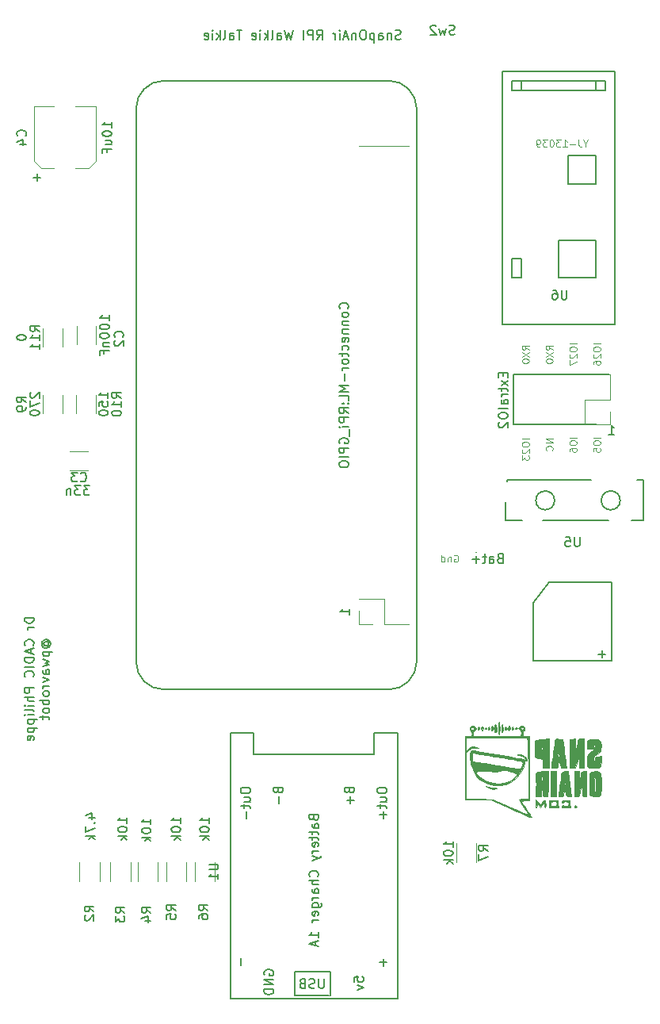
<source format=gbr>
G04 #@! TF.FileFunction,Legend,Bot*
%FSLAX46Y46*%
G04 Gerber Fmt 4.6, Leading zero omitted, Abs format (unit mm)*
G04 Created by KiCad (PCBNEW 4.0.4-stable) date 12/16/18 15:37:44*
%MOMM*%
%LPD*%
G01*
G04 APERTURE LIST*
%ADD10C,0.100000*%
%ADD11C,0.150000*%
%ADD12C,0.120000*%
%ADD13C,0.010000*%
G04 APERTURE END LIST*
D10*
X128355286Y-114218714D02*
X127605286Y-114218714D01*
X128355286Y-114647286D01*
X127605286Y-114647286D01*
X128283857Y-115433000D02*
X128319571Y-115397286D01*
X128355286Y-115290143D01*
X128355286Y-115218714D01*
X128319571Y-115111571D01*
X128248143Y-115040143D01*
X128176714Y-115004428D01*
X128033857Y-114968714D01*
X127926714Y-114968714D01*
X127783857Y-115004428D01*
X127712429Y-115040143D01*
X127641000Y-115111571D01*
X127605286Y-115218714D01*
X127605286Y-115290143D01*
X127641000Y-115397286D01*
X127676714Y-115433000D01*
X128355286Y-104673857D02*
X127998143Y-104423857D01*
X128355286Y-104245285D02*
X127605286Y-104245285D01*
X127605286Y-104531000D01*
X127641000Y-104602428D01*
X127676714Y-104638143D01*
X127748143Y-104673857D01*
X127855286Y-104673857D01*
X127926714Y-104638143D01*
X127962429Y-104602428D01*
X127998143Y-104531000D01*
X127998143Y-104245285D01*
X127605286Y-104923857D02*
X128355286Y-105423857D01*
X127605286Y-105423857D02*
X128355286Y-104923857D01*
X127605286Y-105852429D02*
X127605286Y-105923857D01*
X127641000Y-105995286D01*
X127676714Y-106031000D01*
X127748143Y-106066714D01*
X127891000Y-106102429D01*
X128069571Y-106102429D01*
X128212429Y-106066714D01*
X128283857Y-106031000D01*
X128319571Y-105995286D01*
X128355286Y-105923857D01*
X128355286Y-105852429D01*
X128319571Y-105781000D01*
X128283857Y-105745286D01*
X128212429Y-105709571D01*
X128069571Y-105673857D01*
X127891000Y-105673857D01*
X127748143Y-105709571D01*
X127676714Y-105745286D01*
X127641000Y-105781000D01*
X127605286Y-105852429D01*
X125815286Y-104673857D02*
X125458143Y-104423857D01*
X125815286Y-104245285D02*
X125065286Y-104245285D01*
X125065286Y-104531000D01*
X125101000Y-104602428D01*
X125136714Y-104638143D01*
X125208143Y-104673857D01*
X125315286Y-104673857D01*
X125386714Y-104638143D01*
X125422429Y-104602428D01*
X125458143Y-104531000D01*
X125458143Y-104245285D01*
X125065286Y-104923857D02*
X125815286Y-105423857D01*
X125065286Y-105423857D02*
X125815286Y-104923857D01*
X125065286Y-105852429D02*
X125065286Y-105923857D01*
X125101000Y-105995286D01*
X125136714Y-106031000D01*
X125208143Y-106066714D01*
X125351000Y-106102429D01*
X125529571Y-106102429D01*
X125672429Y-106066714D01*
X125743857Y-106031000D01*
X125779571Y-105995286D01*
X125815286Y-105923857D01*
X125815286Y-105852429D01*
X125779571Y-105781000D01*
X125743857Y-105745286D01*
X125672429Y-105709571D01*
X125529571Y-105673857D01*
X125351000Y-105673857D01*
X125208143Y-105709571D01*
X125136714Y-105745286D01*
X125101000Y-105781000D01*
X125065286Y-105852429D01*
X125815286Y-114208857D02*
X125065286Y-114208857D01*
X125065286Y-114708858D02*
X125065286Y-114851715D01*
X125101000Y-114923143D01*
X125172429Y-114994572D01*
X125315286Y-115030286D01*
X125565286Y-115030286D01*
X125708143Y-114994572D01*
X125779571Y-114923143D01*
X125815286Y-114851715D01*
X125815286Y-114708858D01*
X125779571Y-114637429D01*
X125708143Y-114566000D01*
X125565286Y-114530286D01*
X125315286Y-114530286D01*
X125172429Y-114566000D01*
X125101000Y-114637429D01*
X125065286Y-114708858D01*
X125136714Y-115316000D02*
X125101000Y-115351714D01*
X125065286Y-115423143D01*
X125065286Y-115601714D01*
X125101000Y-115673143D01*
X125136714Y-115708857D01*
X125208143Y-115744572D01*
X125279571Y-115744572D01*
X125386714Y-115708857D01*
X125815286Y-115280286D01*
X125815286Y-115744572D01*
X125065286Y-115994572D02*
X125065286Y-116458858D01*
X125351000Y-116208858D01*
X125351000Y-116316000D01*
X125386714Y-116387429D01*
X125422429Y-116423143D01*
X125493857Y-116458858D01*
X125672429Y-116458858D01*
X125743857Y-116423143D01*
X125779571Y-116387429D01*
X125815286Y-116316000D01*
X125815286Y-116101715D01*
X125779571Y-116030286D01*
X125743857Y-115994572D01*
X130895286Y-114058000D02*
X130145286Y-114058000D01*
X130145286Y-114558001D02*
X130145286Y-114700858D01*
X130181000Y-114772286D01*
X130252429Y-114843715D01*
X130395286Y-114879429D01*
X130645286Y-114879429D01*
X130788143Y-114843715D01*
X130859571Y-114772286D01*
X130895286Y-114700858D01*
X130895286Y-114558001D01*
X130859571Y-114486572D01*
X130788143Y-114415143D01*
X130645286Y-114379429D01*
X130395286Y-114379429D01*
X130252429Y-114415143D01*
X130181000Y-114486572D01*
X130145286Y-114558001D01*
X130145286Y-115522286D02*
X130145286Y-115379429D01*
X130181000Y-115308000D01*
X130216714Y-115272286D01*
X130323857Y-115200857D01*
X130466714Y-115165143D01*
X130752429Y-115165143D01*
X130823857Y-115200857D01*
X130859571Y-115236572D01*
X130895286Y-115308000D01*
X130895286Y-115450857D01*
X130859571Y-115522286D01*
X130823857Y-115558000D01*
X130752429Y-115593715D01*
X130573857Y-115593715D01*
X130502429Y-115558000D01*
X130466714Y-115522286D01*
X130431000Y-115450857D01*
X130431000Y-115308000D01*
X130466714Y-115236572D01*
X130502429Y-115200857D01*
X130573857Y-115165143D01*
X130895286Y-104048857D02*
X130145286Y-104048857D01*
X130145286Y-104548858D02*
X130145286Y-104691715D01*
X130181000Y-104763143D01*
X130252429Y-104834572D01*
X130395286Y-104870286D01*
X130645286Y-104870286D01*
X130788143Y-104834572D01*
X130859571Y-104763143D01*
X130895286Y-104691715D01*
X130895286Y-104548858D01*
X130859571Y-104477429D01*
X130788143Y-104406000D01*
X130645286Y-104370286D01*
X130395286Y-104370286D01*
X130252429Y-104406000D01*
X130181000Y-104477429D01*
X130145286Y-104548858D01*
X130216714Y-105156000D02*
X130181000Y-105191714D01*
X130145286Y-105263143D01*
X130145286Y-105441714D01*
X130181000Y-105513143D01*
X130216714Y-105548857D01*
X130288143Y-105584572D01*
X130359571Y-105584572D01*
X130466714Y-105548857D01*
X130895286Y-105120286D01*
X130895286Y-105584572D01*
X130145286Y-105834572D02*
X130145286Y-106334572D01*
X130895286Y-106013143D01*
X133435286Y-114058000D02*
X132685286Y-114058000D01*
X132685286Y-114558001D02*
X132685286Y-114700858D01*
X132721000Y-114772286D01*
X132792429Y-114843715D01*
X132935286Y-114879429D01*
X133185286Y-114879429D01*
X133328143Y-114843715D01*
X133399571Y-114772286D01*
X133435286Y-114700858D01*
X133435286Y-114558001D01*
X133399571Y-114486572D01*
X133328143Y-114415143D01*
X133185286Y-114379429D01*
X132935286Y-114379429D01*
X132792429Y-114415143D01*
X132721000Y-114486572D01*
X132685286Y-114558001D01*
X132685286Y-115558000D02*
X132685286Y-115200857D01*
X133042429Y-115165143D01*
X133006714Y-115200857D01*
X132971000Y-115272286D01*
X132971000Y-115450857D01*
X133006714Y-115522286D01*
X133042429Y-115558000D01*
X133113857Y-115593715D01*
X133292429Y-115593715D01*
X133363857Y-115558000D01*
X133399571Y-115522286D01*
X133435286Y-115450857D01*
X133435286Y-115272286D01*
X133399571Y-115200857D01*
X133363857Y-115165143D01*
X133435286Y-104048857D02*
X132685286Y-104048857D01*
X132685286Y-104548858D02*
X132685286Y-104691715D01*
X132721000Y-104763143D01*
X132792429Y-104834572D01*
X132935286Y-104870286D01*
X133185286Y-104870286D01*
X133328143Y-104834572D01*
X133399571Y-104763143D01*
X133435286Y-104691715D01*
X133435286Y-104548858D01*
X133399571Y-104477429D01*
X133328143Y-104406000D01*
X133185286Y-104370286D01*
X132935286Y-104370286D01*
X132792429Y-104406000D01*
X132721000Y-104477429D01*
X132685286Y-104548858D01*
X132756714Y-105156000D02*
X132721000Y-105191714D01*
X132685286Y-105263143D01*
X132685286Y-105441714D01*
X132721000Y-105513143D01*
X132756714Y-105548857D01*
X132828143Y-105584572D01*
X132899571Y-105584572D01*
X133006714Y-105548857D01*
X133435286Y-105120286D01*
X133435286Y-105584572D01*
X132685286Y-106227429D02*
X132685286Y-106084572D01*
X132721000Y-106013143D01*
X132756714Y-105977429D01*
X132863857Y-105906000D01*
X133006714Y-105870286D01*
X133292429Y-105870286D01*
X133363857Y-105906000D01*
X133399571Y-105941715D01*
X133435286Y-106013143D01*
X133435286Y-106156000D01*
X133399571Y-106227429D01*
X133363857Y-106263143D01*
X133292429Y-106298858D01*
X133113857Y-106298858D01*
X133042429Y-106263143D01*
X133006714Y-106227429D01*
X132971000Y-106156000D01*
X132971000Y-106013143D01*
X133006714Y-105941715D01*
X133042429Y-105906000D01*
X133113857Y-105870286D01*
D11*
X112100001Y-71524762D02*
X111957144Y-71572381D01*
X111719048Y-71572381D01*
X111623810Y-71524762D01*
X111576191Y-71477143D01*
X111528572Y-71381905D01*
X111528572Y-71286667D01*
X111576191Y-71191429D01*
X111623810Y-71143810D01*
X111719048Y-71096190D01*
X111909525Y-71048571D01*
X112004763Y-71000952D01*
X112052382Y-70953333D01*
X112100001Y-70858095D01*
X112100001Y-70762857D01*
X112052382Y-70667619D01*
X112004763Y-70620000D01*
X111909525Y-70572381D01*
X111671429Y-70572381D01*
X111528572Y-70620000D01*
X111100001Y-70905714D02*
X111100001Y-71572381D01*
X111100001Y-71000952D02*
X111052382Y-70953333D01*
X110957144Y-70905714D01*
X110814286Y-70905714D01*
X110719048Y-70953333D01*
X110671429Y-71048571D01*
X110671429Y-71572381D01*
X109766667Y-71572381D02*
X109766667Y-71048571D01*
X109814286Y-70953333D01*
X109909524Y-70905714D01*
X110100001Y-70905714D01*
X110195239Y-70953333D01*
X109766667Y-71524762D02*
X109861905Y-71572381D01*
X110100001Y-71572381D01*
X110195239Y-71524762D01*
X110242858Y-71429524D01*
X110242858Y-71334286D01*
X110195239Y-71239048D01*
X110100001Y-71191429D01*
X109861905Y-71191429D01*
X109766667Y-71143810D01*
X109290477Y-70905714D02*
X109290477Y-71905714D01*
X109290477Y-70953333D02*
X109195239Y-70905714D01*
X109004762Y-70905714D01*
X108909524Y-70953333D01*
X108861905Y-71000952D01*
X108814286Y-71096190D01*
X108814286Y-71381905D01*
X108861905Y-71477143D01*
X108909524Y-71524762D01*
X109004762Y-71572381D01*
X109195239Y-71572381D01*
X109290477Y-71524762D01*
X108195239Y-70572381D02*
X108004762Y-70572381D01*
X107909524Y-70620000D01*
X107814286Y-70715238D01*
X107766667Y-70905714D01*
X107766667Y-71239048D01*
X107814286Y-71429524D01*
X107909524Y-71524762D01*
X108004762Y-71572381D01*
X108195239Y-71572381D01*
X108290477Y-71524762D01*
X108385715Y-71429524D01*
X108433334Y-71239048D01*
X108433334Y-70905714D01*
X108385715Y-70715238D01*
X108290477Y-70620000D01*
X108195239Y-70572381D01*
X107338096Y-70905714D02*
X107338096Y-71572381D01*
X107338096Y-71000952D02*
X107290477Y-70953333D01*
X107195239Y-70905714D01*
X107052381Y-70905714D01*
X106957143Y-70953333D01*
X106909524Y-71048571D01*
X106909524Y-71572381D01*
X106480953Y-71286667D02*
X106004762Y-71286667D01*
X106576191Y-71572381D02*
X106242858Y-70572381D01*
X105909524Y-71572381D01*
X105576191Y-71572381D02*
X105576191Y-70905714D01*
X105576191Y-70572381D02*
X105623810Y-70620000D01*
X105576191Y-70667619D01*
X105528572Y-70620000D01*
X105576191Y-70572381D01*
X105576191Y-70667619D01*
X105100001Y-71572381D02*
X105100001Y-70905714D01*
X105100001Y-71096190D02*
X105052382Y-71000952D01*
X105004763Y-70953333D01*
X104909525Y-70905714D01*
X104814286Y-70905714D01*
X103147619Y-71572381D02*
X103480953Y-71096190D01*
X103719048Y-71572381D02*
X103719048Y-70572381D01*
X103338095Y-70572381D01*
X103242857Y-70620000D01*
X103195238Y-70667619D01*
X103147619Y-70762857D01*
X103147619Y-70905714D01*
X103195238Y-71000952D01*
X103242857Y-71048571D01*
X103338095Y-71096190D01*
X103719048Y-71096190D01*
X102719048Y-71572381D02*
X102719048Y-70572381D01*
X102338095Y-70572381D01*
X102242857Y-70620000D01*
X102195238Y-70667619D01*
X102147619Y-70762857D01*
X102147619Y-70905714D01*
X102195238Y-71000952D01*
X102242857Y-71048571D01*
X102338095Y-71096190D01*
X102719048Y-71096190D01*
X101719048Y-71572381D02*
X101719048Y-70572381D01*
X100576191Y-70572381D02*
X100338096Y-71572381D01*
X100147619Y-70858095D01*
X99957143Y-71572381D01*
X99719048Y-70572381D01*
X98909524Y-71572381D02*
X98909524Y-71048571D01*
X98957143Y-70953333D01*
X99052381Y-70905714D01*
X99242858Y-70905714D01*
X99338096Y-70953333D01*
X98909524Y-71524762D02*
X99004762Y-71572381D01*
X99242858Y-71572381D01*
X99338096Y-71524762D01*
X99385715Y-71429524D01*
X99385715Y-71334286D01*
X99338096Y-71239048D01*
X99242858Y-71191429D01*
X99004762Y-71191429D01*
X98909524Y-71143810D01*
X98290477Y-71572381D02*
X98385715Y-71524762D01*
X98433334Y-71429524D01*
X98433334Y-70572381D01*
X97909524Y-71572381D02*
X97909524Y-70572381D01*
X97814286Y-71191429D02*
X97528571Y-71572381D01*
X97528571Y-70905714D02*
X97909524Y-71286667D01*
X97100000Y-71572381D02*
X97100000Y-70905714D01*
X97100000Y-70572381D02*
X97147619Y-70620000D01*
X97100000Y-70667619D01*
X97052381Y-70620000D01*
X97100000Y-70572381D01*
X97100000Y-70667619D01*
X96242857Y-71524762D02*
X96338095Y-71572381D01*
X96528572Y-71572381D01*
X96623810Y-71524762D01*
X96671429Y-71429524D01*
X96671429Y-71048571D01*
X96623810Y-70953333D01*
X96528572Y-70905714D01*
X96338095Y-70905714D01*
X96242857Y-70953333D01*
X96195238Y-71048571D01*
X96195238Y-71143810D01*
X96671429Y-71239048D01*
X95147619Y-70572381D02*
X94576190Y-70572381D01*
X94861905Y-71572381D02*
X94861905Y-70572381D01*
X93814285Y-71572381D02*
X93814285Y-71048571D01*
X93861904Y-70953333D01*
X93957142Y-70905714D01*
X94147619Y-70905714D01*
X94242857Y-70953333D01*
X93814285Y-71524762D02*
X93909523Y-71572381D01*
X94147619Y-71572381D01*
X94242857Y-71524762D01*
X94290476Y-71429524D01*
X94290476Y-71334286D01*
X94242857Y-71239048D01*
X94147619Y-71191429D01*
X93909523Y-71191429D01*
X93814285Y-71143810D01*
X93195238Y-71572381D02*
X93290476Y-71524762D01*
X93338095Y-71429524D01*
X93338095Y-70572381D01*
X92814285Y-71572381D02*
X92814285Y-70572381D01*
X92719047Y-71191429D02*
X92433332Y-71572381D01*
X92433332Y-70905714D02*
X92814285Y-71286667D01*
X92004761Y-71572381D02*
X92004761Y-70905714D01*
X92004761Y-70572381D02*
X92052380Y-70620000D01*
X92004761Y-70667619D01*
X91957142Y-70620000D01*
X92004761Y-70572381D01*
X92004761Y-70667619D01*
X91147618Y-71524762D02*
X91242856Y-71572381D01*
X91433333Y-71572381D01*
X91528571Y-71524762D01*
X91576190Y-71429524D01*
X91576190Y-71048571D01*
X91528571Y-70953333D01*
X91433333Y-70905714D01*
X91242856Y-70905714D01*
X91147618Y-70953333D01*
X91099999Y-71048571D01*
X91099999Y-71143810D01*
X91576190Y-71239048D01*
X72906381Y-133303190D02*
X71906381Y-133303190D01*
X71906381Y-133541285D01*
X71954000Y-133684143D01*
X72049238Y-133779381D01*
X72144476Y-133827000D01*
X72334952Y-133874619D01*
X72477810Y-133874619D01*
X72668286Y-133827000D01*
X72763524Y-133779381D01*
X72858762Y-133684143D01*
X72906381Y-133541285D01*
X72906381Y-133303190D01*
X72906381Y-134303190D02*
X72239714Y-134303190D01*
X72430190Y-134303190D02*
X72334952Y-134350809D01*
X72287333Y-134398428D01*
X72239714Y-134493666D01*
X72239714Y-134588905D01*
X72811143Y-136255572D02*
X72858762Y-136207953D01*
X72906381Y-136065096D01*
X72906381Y-135969858D01*
X72858762Y-135827000D01*
X72763524Y-135731762D01*
X72668286Y-135684143D01*
X72477810Y-135636524D01*
X72334952Y-135636524D01*
X72144476Y-135684143D01*
X72049238Y-135731762D01*
X71954000Y-135827000D01*
X71906381Y-135969858D01*
X71906381Y-136065096D01*
X71954000Y-136207953D01*
X72001619Y-136255572D01*
X72620667Y-136636524D02*
X72620667Y-137112715D01*
X72906381Y-136541286D02*
X71906381Y-136874619D01*
X72906381Y-137207953D01*
X72906381Y-137541286D02*
X71906381Y-137541286D01*
X71906381Y-137779381D01*
X71954000Y-137922239D01*
X72049238Y-138017477D01*
X72144476Y-138065096D01*
X72334952Y-138112715D01*
X72477810Y-138112715D01*
X72668286Y-138065096D01*
X72763524Y-138017477D01*
X72858762Y-137922239D01*
X72906381Y-137779381D01*
X72906381Y-137541286D01*
X72906381Y-138541286D02*
X71906381Y-138541286D01*
X72811143Y-139588905D02*
X72858762Y-139541286D01*
X72906381Y-139398429D01*
X72906381Y-139303191D01*
X72858762Y-139160333D01*
X72763524Y-139065095D01*
X72668286Y-139017476D01*
X72477810Y-138969857D01*
X72334952Y-138969857D01*
X72144476Y-139017476D01*
X72049238Y-139065095D01*
X71954000Y-139160333D01*
X71906381Y-139303191D01*
X71906381Y-139398429D01*
X71954000Y-139541286D01*
X72001619Y-139588905D01*
X72906381Y-140779381D02*
X71906381Y-140779381D01*
X71906381Y-141160334D01*
X71954000Y-141255572D01*
X72001619Y-141303191D01*
X72096857Y-141350810D01*
X72239714Y-141350810D01*
X72334952Y-141303191D01*
X72382571Y-141255572D01*
X72430190Y-141160334D01*
X72430190Y-140779381D01*
X72906381Y-141779381D02*
X71906381Y-141779381D01*
X72906381Y-142207953D02*
X72382571Y-142207953D01*
X72287333Y-142160334D01*
X72239714Y-142065096D01*
X72239714Y-141922238D01*
X72287333Y-141827000D01*
X72334952Y-141779381D01*
X72906381Y-142684143D02*
X72239714Y-142684143D01*
X71906381Y-142684143D02*
X71954000Y-142636524D01*
X72001619Y-142684143D01*
X71954000Y-142731762D01*
X71906381Y-142684143D01*
X72001619Y-142684143D01*
X72906381Y-143303190D02*
X72858762Y-143207952D01*
X72763524Y-143160333D01*
X71906381Y-143160333D01*
X72906381Y-143684143D02*
X72239714Y-143684143D01*
X71906381Y-143684143D02*
X71954000Y-143636524D01*
X72001619Y-143684143D01*
X71954000Y-143731762D01*
X71906381Y-143684143D01*
X72001619Y-143684143D01*
X72239714Y-144160333D02*
X73239714Y-144160333D01*
X72287333Y-144160333D02*
X72239714Y-144255571D01*
X72239714Y-144446048D01*
X72287333Y-144541286D01*
X72334952Y-144588905D01*
X72430190Y-144636524D01*
X72715905Y-144636524D01*
X72811143Y-144588905D01*
X72858762Y-144541286D01*
X72906381Y-144446048D01*
X72906381Y-144255571D01*
X72858762Y-144160333D01*
X72239714Y-145065095D02*
X73239714Y-145065095D01*
X72287333Y-145065095D02*
X72239714Y-145160333D01*
X72239714Y-145350810D01*
X72287333Y-145446048D01*
X72334952Y-145493667D01*
X72430190Y-145541286D01*
X72715905Y-145541286D01*
X72811143Y-145493667D01*
X72858762Y-145446048D01*
X72906381Y-145350810D01*
X72906381Y-145160333D01*
X72858762Y-145065095D01*
X72858762Y-146350810D02*
X72906381Y-146255572D01*
X72906381Y-146065095D01*
X72858762Y-145969857D01*
X72763524Y-145922238D01*
X72382571Y-145922238D01*
X72287333Y-145969857D01*
X72239714Y-146065095D01*
X72239714Y-146255572D01*
X72287333Y-146350810D01*
X72382571Y-146398429D01*
X72477810Y-146398429D01*
X72573048Y-145922238D01*
X74080190Y-136279381D02*
X74032571Y-136231762D01*
X73984952Y-136136524D01*
X73984952Y-136041286D01*
X74032571Y-135946048D01*
X74080190Y-135898428D01*
X74175429Y-135850809D01*
X74270667Y-135850809D01*
X74365905Y-135898428D01*
X74413524Y-135946048D01*
X74461143Y-136041286D01*
X74461143Y-136136524D01*
X74413524Y-136231762D01*
X74365905Y-136279381D01*
X73984952Y-136279381D02*
X74365905Y-136279381D01*
X74413524Y-136327000D01*
X74413524Y-136374619D01*
X74365905Y-136469857D01*
X74270667Y-136517476D01*
X74032571Y-136517476D01*
X73889714Y-136422238D01*
X73794476Y-136279381D01*
X73746857Y-136088905D01*
X73794476Y-135898428D01*
X73889714Y-135755571D01*
X74032571Y-135660333D01*
X74223048Y-135612714D01*
X74413524Y-135660333D01*
X74556381Y-135755571D01*
X74651619Y-135898428D01*
X74699238Y-136088905D01*
X74651619Y-136279381D01*
X74556381Y-136422238D01*
X73889714Y-136946047D02*
X74889714Y-136946047D01*
X73937333Y-136946047D02*
X73889714Y-137041285D01*
X73889714Y-137231762D01*
X73937333Y-137327000D01*
X73984952Y-137374619D01*
X74080190Y-137422238D01*
X74365905Y-137422238D01*
X74461143Y-137374619D01*
X74508762Y-137327000D01*
X74556381Y-137231762D01*
X74556381Y-137041285D01*
X74508762Y-136946047D01*
X73889714Y-137755571D02*
X74556381Y-137946047D01*
X74080190Y-138136524D01*
X74556381Y-138327000D01*
X73889714Y-138517476D01*
X74556381Y-139327000D02*
X74032571Y-139327000D01*
X73937333Y-139279381D01*
X73889714Y-139184143D01*
X73889714Y-138993666D01*
X73937333Y-138898428D01*
X74508762Y-139327000D02*
X74556381Y-139231762D01*
X74556381Y-138993666D01*
X74508762Y-138898428D01*
X74413524Y-138850809D01*
X74318286Y-138850809D01*
X74223048Y-138898428D01*
X74175429Y-138993666D01*
X74175429Y-139231762D01*
X74127810Y-139327000D01*
X73889714Y-139707952D02*
X74556381Y-139946047D01*
X73889714Y-140184143D01*
X74556381Y-140565095D02*
X73889714Y-140565095D01*
X74080190Y-140565095D02*
X73984952Y-140612714D01*
X73937333Y-140660333D01*
X73889714Y-140755571D01*
X73889714Y-140850810D01*
X74556381Y-141327000D02*
X74508762Y-141231762D01*
X74461143Y-141184143D01*
X74365905Y-141136524D01*
X74080190Y-141136524D01*
X73984952Y-141184143D01*
X73937333Y-141231762D01*
X73889714Y-141327000D01*
X73889714Y-141469858D01*
X73937333Y-141565096D01*
X73984952Y-141612715D01*
X74080190Y-141660334D01*
X74365905Y-141660334D01*
X74461143Y-141612715D01*
X74508762Y-141565096D01*
X74556381Y-141469858D01*
X74556381Y-141327000D01*
X74556381Y-142088905D02*
X73556381Y-142088905D01*
X73937333Y-142088905D02*
X73889714Y-142184143D01*
X73889714Y-142374620D01*
X73937333Y-142469858D01*
X73984952Y-142517477D01*
X74080190Y-142565096D01*
X74365905Y-142565096D01*
X74461143Y-142517477D01*
X74508762Y-142469858D01*
X74556381Y-142374620D01*
X74556381Y-142184143D01*
X74508762Y-142088905D01*
X74556381Y-143136524D02*
X74508762Y-143041286D01*
X74461143Y-142993667D01*
X74365905Y-142946048D01*
X74080190Y-142946048D01*
X73984952Y-142993667D01*
X73937333Y-143041286D01*
X73889714Y-143136524D01*
X73889714Y-143279382D01*
X73937333Y-143374620D01*
X73984952Y-143422239D01*
X74080190Y-143469858D01*
X74365905Y-143469858D01*
X74461143Y-143422239D01*
X74508762Y-143374620D01*
X74556381Y-143279382D01*
X74556381Y-143136524D01*
X73889714Y-143755572D02*
X73889714Y-144136524D01*
X73556381Y-143898429D02*
X74413524Y-143898429D01*
X74508762Y-143946048D01*
X74556381Y-144041286D01*
X74556381Y-144136524D01*
D10*
X117830142Y-126625000D02*
X117901571Y-126589286D01*
X118008714Y-126589286D01*
X118115857Y-126625000D01*
X118187285Y-126696429D01*
X118223000Y-126767857D01*
X118258714Y-126910714D01*
X118258714Y-127017857D01*
X118223000Y-127160714D01*
X118187285Y-127232143D01*
X118115857Y-127303571D01*
X118008714Y-127339286D01*
X117937285Y-127339286D01*
X117830142Y-127303571D01*
X117794428Y-127267857D01*
X117794428Y-127017857D01*
X117937285Y-127017857D01*
X117473000Y-126839286D02*
X117473000Y-127339286D01*
X117473000Y-126910714D02*
X117437285Y-126875000D01*
X117365857Y-126839286D01*
X117258714Y-126839286D01*
X117187285Y-126875000D01*
X117151571Y-126946429D01*
X117151571Y-127339286D01*
X116473000Y-127339286D02*
X116473000Y-126589286D01*
X116473000Y-127303571D02*
X116544429Y-127339286D01*
X116687286Y-127339286D01*
X116758714Y-127303571D01*
X116794429Y-127267857D01*
X116830143Y-127196429D01*
X116830143Y-126982143D01*
X116794429Y-126910714D01*
X116758714Y-126875000D01*
X116687286Y-126839286D01*
X116544429Y-126839286D01*
X116473000Y-126875000D01*
D11*
X117871714Y-71016762D02*
X117728857Y-71064381D01*
X117490761Y-71064381D01*
X117395523Y-71016762D01*
X117347904Y-70969143D01*
X117300285Y-70873905D01*
X117300285Y-70778667D01*
X117347904Y-70683429D01*
X117395523Y-70635810D01*
X117490761Y-70588190D01*
X117681238Y-70540571D01*
X117776476Y-70492952D01*
X117824095Y-70445333D01*
X117871714Y-70350095D01*
X117871714Y-70254857D01*
X117824095Y-70159619D01*
X117776476Y-70112000D01*
X117681238Y-70064381D01*
X117443142Y-70064381D01*
X117300285Y-70112000D01*
X116966952Y-70397714D02*
X116776476Y-71064381D01*
X116585999Y-70588190D01*
X116395523Y-71064381D01*
X116205047Y-70397714D01*
X115871714Y-70159619D02*
X115824095Y-70112000D01*
X115728857Y-70064381D01*
X115490761Y-70064381D01*
X115395523Y-70112000D01*
X115347904Y-70159619D01*
X115300285Y-70254857D01*
X115300285Y-70350095D01*
X115347904Y-70492952D01*
X115919333Y-71064381D01*
X115300285Y-71064381D01*
X109260000Y-147890000D02*
X96360000Y-147890000D01*
X96360000Y-147890000D02*
X96360000Y-147590000D01*
X96360000Y-147690000D02*
X96360000Y-145590000D01*
X96360000Y-145590000D02*
X96060000Y-145590000D01*
X111760000Y-147690000D02*
X111760000Y-145590000D01*
X111760000Y-145590000D02*
X109260000Y-145590000D01*
X109260000Y-145590000D02*
X109260000Y-147890000D01*
X96060000Y-145590000D02*
X93960000Y-145590000D01*
X93960000Y-145590000D02*
X93960000Y-173990000D01*
X93960000Y-173990000D02*
X111760000Y-173990000D01*
X104560000Y-173590000D02*
X104560000Y-171090000D01*
X104560000Y-171090000D02*
X100760000Y-171090000D01*
X100760000Y-171090000D02*
X100760000Y-173590000D01*
X100760000Y-173590000D02*
X104460000Y-173590000D01*
X111760000Y-173990000D02*
X111760000Y-147690000D01*
X113820000Y-137970000D02*
G75*
G02X110820000Y-140970000I-3000000J0D01*
G01*
X86820000Y-140970000D02*
G75*
G02X83820000Y-137970000I0J3000000D01*
G01*
X83820000Y-78970000D02*
G75*
G02X86820000Y-75970000I3000000J0D01*
G01*
X86820000Y-140970000D02*
X110820000Y-140970000D01*
X83820000Y-78970000D02*
X83820000Y-137970000D01*
X110820000Y-75970000D02*
G75*
G02X113820000Y-78970000I0J-3000000D01*
G01*
X113820000Y-137970000D02*
X113820000Y-78970000D01*
X110820000Y-75970000D02*
X86820000Y-75970000D01*
D12*
X107680000Y-82920000D02*
X113000000Y-82920000D01*
X113000000Y-133960000D02*
X110340000Y-133960000D01*
X110340000Y-133960000D02*
X110340000Y-131300000D01*
X110340000Y-131300000D02*
X107680000Y-131300000D01*
X107680000Y-132570000D02*
X107680000Y-133960000D01*
X107680000Y-133960000D02*
X109070000Y-133960000D01*
X77797000Y-159401000D02*
X77797000Y-161401000D01*
X79937000Y-161401000D02*
X79937000Y-159401000D01*
X81099000Y-159401000D02*
X81099000Y-161401000D01*
X83239000Y-161401000D02*
X83239000Y-159401000D01*
X84020000Y-159401000D02*
X84020000Y-161401000D01*
X86160000Y-161401000D02*
X86160000Y-159401000D01*
X87068000Y-159401000D02*
X87068000Y-161401000D01*
X89208000Y-161401000D02*
X89208000Y-159401000D01*
X90116000Y-159401000D02*
X90116000Y-161401000D01*
X92256000Y-161401000D02*
X92256000Y-159401000D01*
X118056000Y-157369000D02*
X118056000Y-159369000D01*
X120196000Y-159369000D02*
X120196000Y-157369000D01*
X77466000Y-104124000D02*
X77466000Y-102124000D01*
X79506000Y-102124000D02*
X79506000Y-104124000D01*
X78724000Y-117606000D02*
X76724000Y-117606000D01*
X76724000Y-115566000D02*
X78724000Y-115566000D01*
X72900000Y-78742000D02*
X75080000Y-78742000D01*
X79500000Y-78742000D02*
X77320000Y-78742000D01*
X73660000Y-85342000D02*
X75080000Y-85342000D01*
X78740000Y-85342000D02*
X77320000Y-85342000D01*
X72900000Y-78742000D02*
X72900000Y-84582000D01*
X72900000Y-84582000D02*
X73660000Y-85342000D01*
X78740000Y-85342000D02*
X79500000Y-84582000D01*
X79500000Y-84582000D02*
X79500000Y-78742000D01*
X73860000Y-109490000D02*
X73860000Y-111490000D01*
X76000000Y-111490000D02*
X76000000Y-109490000D01*
X79556000Y-111490000D02*
X79556000Y-109490000D01*
X77416000Y-109490000D02*
X77416000Y-111490000D01*
X76000000Y-104378000D02*
X76000000Y-102378000D01*
X73860000Y-102378000D02*
X73860000Y-104378000D01*
D11*
X127349000Y-122877000D02*
X127249000Y-122877000D01*
X124949000Y-122877000D02*
X125049000Y-122877000D01*
X123349000Y-121077000D02*
X123349000Y-120977000D01*
X123449000Y-118577000D02*
X123449000Y-118777000D01*
X137349000Y-118577000D02*
X138049000Y-118577000D01*
X138049000Y-118577000D02*
X138049000Y-122877000D01*
X138049000Y-122877000D02*
X136749000Y-122877000D01*
X128549000Y-120777000D02*
G75*
G03X128549000Y-120777000I-1000000J0D01*
G01*
X135553988Y-120777000D02*
G75*
G03X135553988Y-120777000I-1004988J0D01*
G01*
X120149000Y-126277000D02*
X120149000Y-126277000D01*
X127349000Y-122877000D02*
X134349000Y-122877000D01*
X123349000Y-121077000D02*
X123349000Y-122877000D01*
X123349000Y-122877000D02*
X124949000Y-122877000D01*
X132449000Y-118577000D02*
X123449000Y-118577000D01*
X134416800Y-107365800D02*
X124155200Y-107365800D01*
X124155200Y-107365800D02*
X124155200Y-112649000D01*
X124155200Y-112649000D02*
X133045200Y-112649000D01*
D12*
X134468000Y-107345000D02*
X134468000Y-110005000D01*
X134468000Y-110005000D02*
X131808000Y-110005000D01*
X131808000Y-110005000D02*
X131808000Y-112665000D01*
X133078000Y-112665000D02*
X134468000Y-112665000D01*
X134468000Y-112665000D02*
X134468000Y-111275000D01*
D11*
X125001000Y-96981000D02*
X125001000Y-94981000D01*
X125001000Y-94981000D02*
X124001000Y-94981000D01*
X124001000Y-94981000D02*
X124001000Y-96981000D01*
X124001000Y-96981000D02*
X125001000Y-96981000D01*
X125001000Y-75981000D02*
X125001000Y-76981000D01*
X133001000Y-75981000D02*
X133001000Y-76981000D01*
X134001000Y-75981000D02*
X134001000Y-76981000D01*
X134001000Y-76981000D02*
X124001000Y-76981000D01*
X124001000Y-76981000D02*
X124001000Y-75981000D01*
X124001000Y-75981000D02*
X134001000Y-75981000D01*
X130001000Y-83981000D02*
X133001000Y-83981000D01*
X133001000Y-83981000D02*
X133001000Y-86981000D01*
X133001000Y-86981000D02*
X130001000Y-86981000D01*
X130001000Y-86981000D02*
X130001000Y-83981000D01*
X133001000Y-96981000D02*
X129001000Y-96981000D01*
X129001000Y-96981000D02*
X129001000Y-92981000D01*
X129001000Y-92981000D02*
X133001000Y-92981000D01*
X133001000Y-92981000D02*
X133001000Y-96981000D01*
X135001000Y-101981000D02*
X123001000Y-101981000D01*
X123001000Y-101981000D02*
X123001000Y-74981000D01*
X123001000Y-74981000D02*
X135001000Y-74981000D01*
X135001000Y-74981000D02*
X135001000Y-101981000D01*
X134629000Y-129531000D02*
X127979000Y-129531000D01*
X126229000Y-137931000D02*
X126229000Y-131681000D01*
X126229000Y-131681000D02*
X127979000Y-129531000D01*
X134629000Y-137931000D02*
X126229000Y-137931000D01*
X134629000Y-129531000D02*
X134629000Y-133731000D01*
X134629000Y-133731000D02*
X134629000Y-137931000D01*
D13*
G36*
X119644379Y-144859592D02*
X119626138Y-144868874D01*
X119488806Y-145021277D01*
X119484556Y-145217864D01*
X119591666Y-145372667D01*
X119685605Y-145530738D01*
X119718666Y-145721700D01*
X119706683Y-145871587D01*
X119640151Y-145942584D01*
X119473195Y-145964027D01*
X119337666Y-145965333D01*
X118956666Y-145965333D01*
X118956666Y-152738667D01*
X121672906Y-152738667D01*
X123817442Y-153670000D01*
X124467223Y-153951917D01*
X124978385Y-154172614D01*
X125367516Y-154338574D01*
X125651205Y-154456281D01*
X125846043Y-154532219D01*
X125968617Y-154572874D01*
X126035518Y-154584729D01*
X126063333Y-154574268D01*
X126068666Y-154549942D01*
X126023021Y-154464038D01*
X125965861Y-154374403D01*
X125814666Y-154374403D01*
X125740858Y-154352311D01*
X125533244Y-154269735D01*
X125212540Y-154135447D01*
X124799463Y-153958222D01*
X124314729Y-153746832D01*
X123888500Y-153558675D01*
X121962333Y-152704008D01*
X120523000Y-152657837D01*
X119083666Y-152611667D01*
X119061494Y-149373167D01*
X119039321Y-146134667D01*
X125622317Y-146134667D01*
X125676158Y-146527484D01*
X125689074Y-146705641D01*
X125700878Y-147029930D01*
X125711187Y-147477151D01*
X125719617Y-148024103D01*
X125725786Y-148647586D01*
X125729309Y-149324400D01*
X125730000Y-149787150D01*
X125730000Y-152654000D01*
X125278444Y-152654000D01*
X125015432Y-152663445D01*
X124827371Y-152687679D01*
X124772520Y-152708368D01*
X124796273Y-152794992D01*
X124901867Y-152989118D01*
X125071869Y-153261069D01*
X125266409Y-153549100D01*
X125484566Y-153865236D01*
X125661559Y-154127876D01*
X125777906Y-154307695D01*
X125814666Y-154374403D01*
X125965861Y-154374403D01*
X125899094Y-154269705D01*
X125716398Y-153996756D01*
X125518333Y-153709210D01*
X125299555Y-153391417D01*
X125121993Y-153125877D01*
X125005143Y-152942263D01*
X124968000Y-152871601D01*
X125044195Y-152844059D01*
X125239000Y-152826584D01*
X125391333Y-152823333D01*
X125814666Y-152823333D01*
X125814666Y-145965333D01*
X125476000Y-145965333D01*
X125259164Y-145956362D01*
X125162800Y-145900970D01*
X125138090Y-145756441D01*
X125137333Y-145669000D01*
X125156331Y-145473100D01*
X125203041Y-145375214D01*
X125212941Y-145372666D01*
X125308515Y-145301982D01*
X125356803Y-145143470D01*
X125353900Y-145118667D01*
X125222000Y-145118667D01*
X125179148Y-145257627D01*
X125073833Y-145271882D01*
X124947874Y-145188396D01*
X124925666Y-145118667D01*
X124996051Y-144999118D01*
X125073833Y-144965451D01*
X125193845Y-144994903D01*
X125222000Y-145118667D01*
X125353900Y-145118667D01*
X125339796Y-144998213D01*
X125211487Y-144850539D01*
X125016832Y-144841090D01*
X124836826Y-144937490D01*
X124636027Y-145095438D01*
X124829556Y-145277249D01*
X124974884Y-145485575D01*
X124985933Y-145712197D01*
X124948781Y-145965333D01*
X119803333Y-145965333D01*
X119803333Y-145737957D01*
X119860726Y-145514475D01*
X119993833Y-145307431D01*
X120141696Y-145149749D01*
X119949125Y-145149749D01*
X119931995Y-145200644D01*
X119808277Y-145271022D01*
X119655332Y-145238369D01*
X119570475Y-145139878D01*
X119600360Y-145030242D01*
X119723383Y-144970051D01*
X119864716Y-144987299D01*
X119903247Y-145015380D01*
X119949125Y-145149749D01*
X120141696Y-145149749D01*
X120184333Y-145104282D01*
X119985971Y-144943370D01*
X119803832Y-144837085D01*
X119644379Y-144859592D01*
X119644379Y-144859592D01*
G37*
X119644379Y-144859592D02*
X119626138Y-144868874D01*
X119488806Y-145021277D01*
X119484556Y-145217864D01*
X119591666Y-145372667D01*
X119685605Y-145530738D01*
X119718666Y-145721700D01*
X119706683Y-145871587D01*
X119640151Y-145942584D01*
X119473195Y-145964027D01*
X119337666Y-145965333D01*
X118956666Y-145965333D01*
X118956666Y-152738667D01*
X121672906Y-152738667D01*
X123817442Y-153670000D01*
X124467223Y-153951917D01*
X124978385Y-154172614D01*
X125367516Y-154338574D01*
X125651205Y-154456281D01*
X125846043Y-154532219D01*
X125968617Y-154572874D01*
X126035518Y-154584729D01*
X126063333Y-154574268D01*
X126068666Y-154549942D01*
X126023021Y-154464038D01*
X125965861Y-154374403D01*
X125814666Y-154374403D01*
X125740858Y-154352311D01*
X125533244Y-154269735D01*
X125212540Y-154135447D01*
X124799463Y-153958222D01*
X124314729Y-153746832D01*
X123888500Y-153558675D01*
X121962333Y-152704008D01*
X120523000Y-152657837D01*
X119083666Y-152611667D01*
X119061494Y-149373167D01*
X119039321Y-146134667D01*
X125622317Y-146134667D01*
X125676158Y-146527484D01*
X125689074Y-146705641D01*
X125700878Y-147029930D01*
X125711187Y-147477151D01*
X125719617Y-148024103D01*
X125725786Y-148647586D01*
X125729309Y-149324400D01*
X125730000Y-149787150D01*
X125730000Y-152654000D01*
X125278444Y-152654000D01*
X125015432Y-152663445D01*
X124827371Y-152687679D01*
X124772520Y-152708368D01*
X124796273Y-152794992D01*
X124901867Y-152989118D01*
X125071869Y-153261069D01*
X125266409Y-153549100D01*
X125484566Y-153865236D01*
X125661559Y-154127876D01*
X125777906Y-154307695D01*
X125814666Y-154374403D01*
X125965861Y-154374403D01*
X125899094Y-154269705D01*
X125716398Y-153996756D01*
X125518333Y-153709210D01*
X125299555Y-153391417D01*
X125121993Y-153125877D01*
X125005143Y-152942263D01*
X124968000Y-152871601D01*
X125044195Y-152844059D01*
X125239000Y-152826584D01*
X125391333Y-152823333D01*
X125814666Y-152823333D01*
X125814666Y-145965333D01*
X125476000Y-145965333D01*
X125259164Y-145956362D01*
X125162800Y-145900970D01*
X125138090Y-145756441D01*
X125137333Y-145669000D01*
X125156331Y-145473100D01*
X125203041Y-145375214D01*
X125212941Y-145372666D01*
X125308515Y-145301982D01*
X125356803Y-145143470D01*
X125353900Y-145118667D01*
X125222000Y-145118667D01*
X125179148Y-145257627D01*
X125073833Y-145271882D01*
X124947874Y-145188396D01*
X124925666Y-145118667D01*
X124996051Y-144999118D01*
X125073833Y-144965451D01*
X125193845Y-144994903D01*
X125222000Y-145118667D01*
X125353900Y-145118667D01*
X125339796Y-144998213D01*
X125211487Y-144850539D01*
X125016832Y-144841090D01*
X124836826Y-144937490D01*
X124636027Y-145095438D01*
X124829556Y-145277249D01*
X124974884Y-145485575D01*
X124985933Y-145712197D01*
X124948781Y-145965333D01*
X119803333Y-145965333D01*
X119803333Y-145737957D01*
X119860726Y-145514475D01*
X119993833Y-145307431D01*
X120141696Y-145149749D01*
X119949125Y-145149749D01*
X119931995Y-145200644D01*
X119808277Y-145271022D01*
X119655332Y-145238369D01*
X119570475Y-145139878D01*
X119600360Y-145030242D01*
X119723383Y-144970051D01*
X119864716Y-144987299D01*
X119903247Y-145015380D01*
X119949125Y-145149749D01*
X120141696Y-145149749D01*
X120184333Y-145104282D01*
X119985971Y-144943370D01*
X119803832Y-144837085D01*
X119644379Y-144859592D01*
G36*
X130655418Y-153399106D02*
X130640666Y-153458333D01*
X130708439Y-153570582D01*
X130767666Y-153585333D01*
X130879915Y-153517560D01*
X130894666Y-153458333D01*
X130826894Y-153346085D01*
X130767666Y-153331333D01*
X130655418Y-153399106D01*
X130655418Y-153399106D01*
G37*
X130655418Y-153399106D02*
X130640666Y-153458333D01*
X130708439Y-153570582D01*
X130767666Y-153585333D01*
X130879915Y-153517560D01*
X130894666Y-153458333D01*
X130826894Y-153346085D01*
X130767666Y-153331333D01*
X130655418Y-153399106D01*
G36*
X129408022Y-152809929D02*
X129292490Y-152915425D01*
X129286000Y-152951946D01*
X129332228Y-153063579D01*
X129370666Y-153077333D01*
X129452873Y-153012904D01*
X129455333Y-152992667D01*
X129529762Y-152936704D01*
X129712777Y-152908731D01*
X129751666Y-152908000D01*
X129950761Y-152922159D01*
X130032422Y-152993979D01*
X130048000Y-153162000D01*
X130031480Y-153332653D01*
X129947690Y-153402647D01*
X129751666Y-153416000D01*
X129555818Y-153393485D01*
X129457900Y-153338120D01*
X129455333Y-153326336D01*
X129403463Y-153275770D01*
X129370666Y-153289000D01*
X129292762Y-153411502D01*
X129286000Y-153463330D01*
X129332609Y-153537469D01*
X129491826Y-153575588D01*
X129756305Y-153585333D01*
X130226611Y-153585333D01*
X130200805Y-153183167D01*
X130176237Y-152938297D01*
X130123836Y-152814874D01*
X130013667Y-152765023D01*
X129931936Y-152753222D01*
X129635405Y-152751482D01*
X129408022Y-152809929D01*
X129408022Y-152809929D01*
G37*
X129408022Y-152809929D02*
X129292490Y-152915425D01*
X129286000Y-152951946D01*
X129332228Y-153063579D01*
X129370666Y-153077333D01*
X129452873Y-153012904D01*
X129455333Y-152992667D01*
X129529762Y-152936704D01*
X129712777Y-152908731D01*
X129751666Y-152908000D01*
X129950761Y-152922159D01*
X130032422Y-152993979D01*
X130048000Y-153162000D01*
X130031480Y-153332653D01*
X129947690Y-153402647D01*
X129751666Y-153416000D01*
X129555818Y-153393485D01*
X129457900Y-153338120D01*
X129455333Y-153326336D01*
X129403463Y-153275770D01*
X129370666Y-153289000D01*
X129292762Y-153411502D01*
X129286000Y-153463330D01*
X129332609Y-153537469D01*
X129491826Y-153575588D01*
X129756305Y-153585333D01*
X130226611Y-153585333D01*
X130200805Y-153183167D01*
X130176237Y-152938297D01*
X130123836Y-152814874D01*
X130013667Y-152765023D01*
X129931936Y-152753222D01*
X129635405Y-152751482D01*
X129408022Y-152809929D01*
G36*
X127947861Y-153183167D02*
X127922055Y-153585333D01*
X128956611Y-153585333D01*
X128930805Y-153183167D01*
X128929447Y-153162000D01*
X128778000Y-153162000D01*
X128764626Y-153324867D01*
X128692154Y-153397268D01*
X128512055Y-153415599D01*
X128439333Y-153416000D01*
X128222178Y-153405970D01*
X128125643Y-153351615D01*
X128101201Y-153216541D01*
X128100666Y-153162000D01*
X128114040Y-152999133D01*
X128186513Y-152926732D01*
X128366611Y-152908401D01*
X128439333Y-152908000D01*
X128656489Y-152918030D01*
X128753024Y-152972385D01*
X128777466Y-153107458D01*
X128778000Y-153162000D01*
X128929447Y-153162000D01*
X128905000Y-152781000D01*
X127973666Y-152781000D01*
X127947861Y-153183167D01*
X127947861Y-153183167D01*
G37*
X127947861Y-153183167D02*
X127922055Y-153585333D01*
X128956611Y-153585333D01*
X128930805Y-153183167D01*
X128929447Y-153162000D01*
X128778000Y-153162000D01*
X128764626Y-153324867D01*
X128692154Y-153397268D01*
X128512055Y-153415599D01*
X128439333Y-153416000D01*
X128222178Y-153405970D01*
X128125643Y-153351615D01*
X128101201Y-153216541D01*
X128100666Y-153162000D01*
X128114040Y-152999133D01*
X128186513Y-152926732D01*
X128366611Y-152908401D01*
X128439333Y-152908000D01*
X128656489Y-152918030D01*
X128753024Y-152972385D01*
X128777466Y-153107458D01*
X128778000Y-153162000D01*
X128929447Y-153162000D01*
X128905000Y-152781000D01*
X127973666Y-152781000D01*
X127947861Y-153183167D01*
G36*
X126494482Y-153140833D02*
X126507636Y-153389143D01*
X126544086Y-153550481D01*
X126576666Y-153585333D01*
X126635112Y-153511509D01*
X126661238Y-153332555D01*
X126661333Y-153319915D01*
X126661333Y-153054497D01*
X126846127Y-153289424D01*
X127030921Y-153524352D01*
X127226706Y-153279676D01*
X127422492Y-153035000D01*
X127422913Y-153310167D01*
X127445978Y-153497464D01*
X127501596Y-153584548D01*
X127508000Y-153585333D01*
X127558772Y-153509720D01*
X127588993Y-153318674D01*
X127592666Y-153209330D01*
X127571710Y-152923499D01*
X127505203Y-152799113D01*
X127387689Y-152833098D01*
X127228019Y-153003914D01*
X127019162Y-153270784D01*
X126758063Y-152983559D01*
X126496964Y-152696333D01*
X126494482Y-153140833D01*
X126494482Y-153140833D01*
G37*
X126494482Y-153140833D02*
X126507636Y-153389143D01*
X126544086Y-153550481D01*
X126576666Y-153585333D01*
X126635112Y-153511509D01*
X126661238Y-153332555D01*
X126661333Y-153319915D01*
X126661333Y-153054497D01*
X126846127Y-153289424D01*
X127030921Y-153524352D01*
X127226706Y-153279676D01*
X127422492Y-153035000D01*
X127422913Y-153310167D01*
X127445978Y-153497464D01*
X127501596Y-153584548D01*
X127508000Y-153585333D01*
X127558772Y-153509720D01*
X127588993Y-153318674D01*
X127592666Y-153209330D01*
X127571710Y-152923499D01*
X127505203Y-152799113D01*
X127387689Y-152833098D01*
X127228019Y-153003914D01*
X127019162Y-153270784D01*
X126758063Y-152983559D01*
X126496964Y-152696333D01*
X126494482Y-153140833D01*
G36*
X132615636Y-149709527D02*
X132411660Y-149757593D01*
X132350933Y-149792267D01*
X132303030Y-149921742D01*
X132270558Y-150202803D01*
X132253010Y-150641758D01*
X132249333Y-151059288D01*
X132251188Y-151527922D01*
X132259211Y-151855472D01*
X132277094Y-152070168D01*
X132308524Y-152200241D01*
X132357192Y-152273921D01*
X132413100Y-152312354D01*
X132664881Y-152381015D01*
X132986374Y-152385882D01*
X133290420Y-152326924D01*
X133328833Y-152312695D01*
X133404601Y-152275093D01*
X133457049Y-152215017D01*
X133490460Y-152104416D01*
X133509117Y-151915240D01*
X133517302Y-151619438D01*
X133518197Y-151426424D01*
X133000678Y-151426424D01*
X132986685Y-151742455D01*
X132949573Y-151914576D01*
X132887357Y-151954957D01*
X132835993Y-151919860D01*
X132799695Y-151798936D01*
X132777474Y-151545467D01*
X132771775Y-151195840D01*
X132775269Y-151016271D01*
X132798963Y-150581729D01*
X132835425Y-150306555D01*
X132878664Y-150192450D01*
X132922684Y-150241115D01*
X132961494Y-150454251D01*
X132989099Y-150833560D01*
X132993540Y-150954315D01*
X133000678Y-151426424D01*
X133518197Y-151426424D01*
X133519299Y-151188960D01*
X133519333Y-151064995D01*
X133512287Y-150507427D01*
X133490806Y-150112151D01*
X133454373Y-149872697D01*
X133417733Y-149792267D01*
X133278793Y-149733481D01*
X133037828Y-149696796D01*
X132884333Y-149690667D01*
X132615636Y-149709527D01*
X132615636Y-149709527D01*
G37*
X132615636Y-149709527D02*
X132411660Y-149757593D01*
X132350933Y-149792267D01*
X132303030Y-149921742D01*
X132270558Y-150202803D01*
X132253010Y-150641758D01*
X132249333Y-151059288D01*
X132251188Y-151527922D01*
X132259211Y-151855472D01*
X132277094Y-152070168D01*
X132308524Y-152200241D01*
X132357192Y-152273921D01*
X132413100Y-152312354D01*
X132664881Y-152381015D01*
X132986374Y-152385882D01*
X133290420Y-152326924D01*
X133328833Y-152312695D01*
X133404601Y-152275093D01*
X133457049Y-152215017D01*
X133490460Y-152104416D01*
X133509117Y-151915240D01*
X133517302Y-151619438D01*
X133518197Y-151426424D01*
X133000678Y-151426424D01*
X132986685Y-151742455D01*
X132949573Y-151914576D01*
X132887357Y-151954957D01*
X132835993Y-151919860D01*
X132799695Y-151798936D01*
X132777474Y-151545467D01*
X132771775Y-151195840D01*
X132775269Y-151016271D01*
X132798963Y-150581729D01*
X132835425Y-150306555D01*
X132878664Y-150192450D01*
X132922684Y-150241115D01*
X132961494Y-150454251D01*
X132989099Y-150833560D01*
X132993540Y-150954315D01*
X133000678Y-151426424D01*
X133518197Y-151426424D01*
X133519299Y-151188960D01*
X133519333Y-151064995D01*
X133512287Y-150507427D01*
X133490806Y-150112151D01*
X133454373Y-149872697D01*
X133417733Y-149792267D01*
X133278793Y-149733481D01*
X133037828Y-149696796D01*
X132884333Y-149690667D01*
X132615636Y-149709527D01*
G36*
X131521302Y-149702650D02*
X131434290Y-149765029D01*
X131373366Y-149917445D01*
X131314710Y-150177500D01*
X131243433Y-150516171D01*
X131198429Y-150692200D01*
X131173147Y-150709066D01*
X131161038Y-150570249D01*
X131155552Y-150279229D01*
X131155351Y-150262167D01*
X131148666Y-149690667D01*
X130640666Y-149690667D01*
X130640666Y-152400000D01*
X130885608Y-152400000D01*
X131041646Y-152384688D01*
X131141907Y-152315355D01*
X131208453Y-152156901D01*
X131263348Y-151874228D01*
X131278625Y-151774783D01*
X131337661Y-151482608D01*
X131396327Y-151356771D01*
X131446243Y-151394464D01*
X131479028Y-151592882D01*
X131487333Y-151844670D01*
X131490966Y-152142159D01*
X131511544Y-152308421D01*
X131563584Y-152381544D01*
X131661603Y-152399617D01*
X131699000Y-152400000D01*
X131910666Y-152400000D01*
X131910666Y-149690667D01*
X131662738Y-149690667D01*
X131521302Y-149702650D01*
X131521302Y-149702650D01*
G37*
X131521302Y-149702650D02*
X131434290Y-149765029D01*
X131373366Y-149917445D01*
X131314710Y-150177500D01*
X131243433Y-150516171D01*
X131198429Y-150692200D01*
X131173147Y-150709066D01*
X131161038Y-150570249D01*
X131155552Y-150279229D01*
X131155351Y-150262167D01*
X131148666Y-149690667D01*
X130640666Y-149690667D01*
X130640666Y-152400000D01*
X130885608Y-152400000D01*
X131041646Y-152384688D01*
X131141907Y-152315355D01*
X131208453Y-152156901D01*
X131263348Y-151874228D01*
X131278625Y-151774783D01*
X131337661Y-151482608D01*
X131396327Y-151356771D01*
X131446243Y-151394464D01*
X131479028Y-151592882D01*
X131487333Y-151844670D01*
X131490966Y-152142159D01*
X131511544Y-152308421D01*
X131563584Y-152381544D01*
X131661603Y-152399617D01*
X131699000Y-152400000D01*
X131910666Y-152400000D01*
X131910666Y-149690667D01*
X131662738Y-149690667D01*
X131521302Y-149702650D01*
G36*
X129390230Y-149714782D02*
X129287480Y-149786688D01*
X129286000Y-149800017D01*
X129275077Y-149937363D01*
X129245810Y-150201710D01*
X129203449Y-150552375D01*
X129153244Y-150948679D01*
X129100446Y-151349940D01*
X129050305Y-151715477D01*
X129008071Y-152004608D01*
X128979719Y-152173130D01*
X128959848Y-152333442D01*
X129019933Y-152391455D01*
X129202925Y-152385895D01*
X129214463Y-152384797D01*
X129411512Y-152345426D01*
X129497406Y-152241078D01*
X129524581Y-152077360D01*
X129575918Y-151880409D01*
X129656495Y-151835149D01*
X129735370Y-151934994D01*
X129778198Y-152131353D01*
X129816549Y-152317661D01*
X129919125Y-152389594D01*
X130078733Y-152400000D01*
X130352737Y-152400000D01*
X130186504Y-151045333D01*
X130178712Y-150981833D01*
X129702649Y-150981833D01*
X129693776Y-151216251D01*
X129663698Y-151361198D01*
X129641668Y-151384000D01*
X129605674Y-151309829D01*
X129600789Y-151125723D01*
X129605471Y-151066500D01*
X129639204Y-150789585D01*
X129668013Y-150675495D01*
X129689659Y-150726181D01*
X129701903Y-150943591D01*
X129702649Y-150981833D01*
X130178712Y-150981833D01*
X130020271Y-149690667D01*
X129653136Y-149690667D01*
X129390230Y-149714782D01*
X129390230Y-149714782D01*
G37*
X129390230Y-149714782D02*
X129287480Y-149786688D01*
X129286000Y-149800017D01*
X129275077Y-149937363D01*
X129245810Y-150201710D01*
X129203449Y-150552375D01*
X129153244Y-150948679D01*
X129100446Y-151349940D01*
X129050305Y-151715477D01*
X129008071Y-152004608D01*
X128979719Y-152173130D01*
X128959848Y-152333442D01*
X129019933Y-152391455D01*
X129202925Y-152385895D01*
X129214463Y-152384797D01*
X129411512Y-152345426D01*
X129497406Y-152241078D01*
X129524581Y-152077360D01*
X129575918Y-151880409D01*
X129656495Y-151835149D01*
X129735370Y-151934994D01*
X129778198Y-152131353D01*
X129816549Y-152317661D01*
X129919125Y-152389594D01*
X130078733Y-152400000D01*
X130352737Y-152400000D01*
X130186504Y-151045333D01*
X130178712Y-150981833D01*
X129702649Y-150981833D01*
X129693776Y-151216251D01*
X129663698Y-151361198D01*
X129641668Y-151384000D01*
X129605674Y-151309829D01*
X129600789Y-151125723D01*
X129605471Y-151066500D01*
X129639204Y-150789585D01*
X129668013Y-150675495D01*
X129689659Y-150726181D01*
X129701903Y-150943591D01*
X129702649Y-150981833D01*
X130178712Y-150981833D01*
X130020271Y-149690667D01*
X129653136Y-149690667D01*
X129390230Y-149714782D01*
G36*
X128100666Y-152400000D02*
X128693333Y-152400000D01*
X128693333Y-149690667D01*
X128100666Y-149690667D01*
X128100666Y-152400000D01*
X128100666Y-152400000D01*
G37*
X128100666Y-152400000D02*
X128693333Y-152400000D01*
X128693333Y-149690667D01*
X128100666Y-149690667D01*
X128100666Y-152400000D01*
G36*
X126942075Y-149705518D02*
X126698126Y-149745467D01*
X126593600Y-149792267D01*
X126532254Y-149940912D01*
X126500026Y-150192378D01*
X126496915Y-150482676D01*
X126522921Y-150747817D01*
X126578045Y-150923809D01*
X126593600Y-150943733D01*
X126651605Y-151058947D01*
X126593600Y-151146933D01*
X126538187Y-151286507D01*
X126502187Y-151548884D01*
X126492000Y-151824266D01*
X126492000Y-152400000D01*
X127084666Y-152400000D01*
X127084666Y-151849667D01*
X127096629Y-151562084D01*
X127128319Y-151365190D01*
X127169333Y-151299333D01*
X127213577Y-151377091D01*
X127243868Y-151583073D01*
X127254000Y-151849667D01*
X127256954Y-152145272D01*
X127276960Y-152309890D01*
X127330732Y-152381865D01*
X127434985Y-152399543D01*
X127493889Y-152400000D01*
X127687797Y-152381867D01*
X127790222Y-152343555D01*
X127809752Y-152243431D01*
X127826354Y-152004629D01*
X127838750Y-151657796D01*
X127845662Y-151233579D01*
X127846666Y-150988889D01*
X127846666Y-150571612D01*
X127252245Y-150571612D01*
X127229794Y-150749954D01*
X127197555Y-150819555D01*
X127131787Y-150866738D01*
X127097917Y-150818574D01*
X127085772Y-150645822D01*
X127084666Y-150495000D01*
X127101483Y-150267780D01*
X127144030Y-150131482D01*
X127169333Y-150114000D01*
X127219351Y-150187043D01*
X127247876Y-150361777D01*
X127252245Y-150571612D01*
X127846666Y-150571612D01*
X127846666Y-149690667D01*
X127270933Y-149690667D01*
X126942075Y-149705518D01*
X126942075Y-149705518D01*
G37*
X126942075Y-149705518D02*
X126698126Y-149745467D01*
X126593600Y-149792267D01*
X126532254Y-149940912D01*
X126500026Y-150192378D01*
X126496915Y-150482676D01*
X126522921Y-150747817D01*
X126578045Y-150923809D01*
X126593600Y-150943733D01*
X126651605Y-151058947D01*
X126593600Y-151146933D01*
X126538187Y-151286507D01*
X126502187Y-151548884D01*
X126492000Y-151824266D01*
X126492000Y-152400000D01*
X127084666Y-152400000D01*
X127084666Y-151849667D01*
X127096629Y-151562084D01*
X127128319Y-151365190D01*
X127169333Y-151299333D01*
X127213577Y-151377091D01*
X127243868Y-151583073D01*
X127254000Y-151849667D01*
X127256954Y-152145272D01*
X127276960Y-152309890D01*
X127330732Y-152381865D01*
X127434985Y-152399543D01*
X127493889Y-152400000D01*
X127687797Y-152381867D01*
X127790222Y-152343555D01*
X127809752Y-152243431D01*
X127826354Y-152004629D01*
X127838750Y-151657796D01*
X127845662Y-151233579D01*
X127846666Y-150988889D01*
X127846666Y-150571612D01*
X127252245Y-150571612D01*
X127229794Y-150749954D01*
X127197555Y-150819555D01*
X127131787Y-150866738D01*
X127097917Y-150818574D01*
X127085772Y-150645822D01*
X127084666Y-150495000D01*
X127101483Y-150267780D01*
X127144030Y-150131482D01*
X127169333Y-150114000D01*
X127219351Y-150187043D01*
X127247876Y-150361777D01*
X127252245Y-150571612D01*
X127846666Y-150571612D01*
X127846666Y-149690667D01*
X127270933Y-149690667D01*
X126942075Y-149705518D01*
G36*
X132376124Y-146289983D02*
X132150039Y-146391777D01*
X132032201Y-146592316D01*
X131995571Y-146916866D01*
X131995333Y-146955182D01*
X131995333Y-147320000D01*
X132334000Y-147320000D01*
X132550836Y-147311029D01*
X132647199Y-147255637D01*
X132671909Y-147111107D01*
X132672666Y-147023667D01*
X132693932Y-146827799D01*
X132746222Y-146729893D01*
X132757333Y-146727333D01*
X132813375Y-146801743D01*
X132841298Y-146984629D01*
X132842000Y-147022604D01*
X132819183Y-147224181D01*
X132723812Y-147370942D01*
X132515505Y-147523970D01*
X132506974Y-147529368D01*
X132240429Y-147725719D01*
X132084290Y-147932950D01*
X132011624Y-148204667D01*
X131995333Y-148547667D01*
X132008702Y-148921541D01*
X132068377Y-149157914D01*
X132203708Y-149287768D01*
X132444045Y-149342083D01*
X132757333Y-149352000D01*
X133079508Y-149344617D01*
X133274394Y-149315723D01*
X133383651Y-149255201D01*
X133431688Y-149188233D01*
X133480869Y-149013716D01*
X133512669Y-148742276D01*
X133519333Y-148548122D01*
X133519333Y-148071778D01*
X133201833Y-148098056D01*
X133001849Y-148125092D01*
X132905788Y-148195939D01*
X132868353Y-148361506D01*
X132858298Y-148484167D01*
X132817916Y-148740598D01*
X132759752Y-148834398D01*
X132704811Y-148767768D01*
X132674099Y-148542908D01*
X132672666Y-148464721D01*
X132684951Y-148222070D01*
X132750101Y-148078845D01*
X132910559Y-147965458D01*
X133008502Y-147914111D01*
X133273822Y-147748426D01*
X133430305Y-147554311D01*
X133503506Y-147283784D01*
X133519333Y-146954933D01*
X133496361Y-146626356D01*
X133407885Y-146419194D01*
X133224560Y-146307429D01*
X132917046Y-146265042D01*
X132737495Y-146261667D01*
X132376124Y-146289983D01*
X132376124Y-146289983D01*
G37*
X132376124Y-146289983D02*
X132150039Y-146391777D01*
X132032201Y-146592316D01*
X131995571Y-146916866D01*
X131995333Y-146955182D01*
X131995333Y-147320000D01*
X132334000Y-147320000D01*
X132550836Y-147311029D01*
X132647199Y-147255637D01*
X132671909Y-147111107D01*
X132672666Y-147023667D01*
X132693932Y-146827799D01*
X132746222Y-146729893D01*
X132757333Y-146727333D01*
X132813375Y-146801743D01*
X132841298Y-146984629D01*
X132842000Y-147022604D01*
X132819183Y-147224181D01*
X132723812Y-147370942D01*
X132515505Y-147523970D01*
X132506974Y-147529368D01*
X132240429Y-147725719D01*
X132084290Y-147932950D01*
X132011624Y-148204667D01*
X131995333Y-148547667D01*
X132008702Y-148921541D01*
X132068377Y-149157914D01*
X132203708Y-149287768D01*
X132444045Y-149342083D01*
X132757333Y-149352000D01*
X133079508Y-149344617D01*
X133274394Y-149315723D01*
X133383651Y-149255201D01*
X133431688Y-149188233D01*
X133480869Y-149013716D01*
X133512669Y-148742276D01*
X133519333Y-148548122D01*
X133519333Y-148071778D01*
X133201833Y-148098056D01*
X133001849Y-148125092D01*
X132905788Y-148195939D01*
X132868353Y-148361506D01*
X132858298Y-148484167D01*
X132817916Y-148740598D01*
X132759752Y-148834398D01*
X132704811Y-148767768D01*
X132674099Y-148542908D01*
X132672666Y-148464721D01*
X132684951Y-148222070D01*
X132750101Y-148078845D01*
X132910559Y-147965458D01*
X133008502Y-147914111D01*
X133273822Y-147748426D01*
X133430305Y-147554311D01*
X133503506Y-147283784D01*
X133519333Y-146954933D01*
X133496361Y-146626356D01*
X133407885Y-146419194D01*
X133224560Y-146307429D01*
X132917046Y-146265042D01*
X132737495Y-146261667D01*
X132376124Y-146289983D01*
G36*
X130450166Y-146235135D02*
X130175000Y-146261667D01*
X130151923Y-147806833D01*
X130128847Y-149352000D01*
X130786862Y-149352000D01*
X130895426Y-148822833D01*
X130981629Y-148440665D01*
X131049231Y-148226519D01*
X131098694Y-148180161D01*
X131130480Y-148301358D01*
X131145051Y-148589874D01*
X131146092Y-148695833D01*
X131148666Y-149352000D01*
X131656666Y-149352000D01*
X131656666Y-146219333D01*
X131366336Y-146219333D01*
X131202516Y-146227316D01*
X131105745Y-146277717D01*
X131044416Y-146410219D01*
X130986923Y-146664501D01*
X130978564Y-146706167D01*
X130889939Y-147133331D01*
X130825596Y-147397505D01*
X130781608Y-147502664D01*
X130754048Y-147452786D01*
X130738986Y-147251845D01*
X130732969Y-146954802D01*
X130725333Y-146208604D01*
X130450166Y-146235135D01*
X130450166Y-146235135D01*
G37*
X130450166Y-146235135D02*
X130175000Y-146261667D01*
X130151923Y-147806833D01*
X130128847Y-149352000D01*
X130786862Y-149352000D01*
X130895426Y-148822833D01*
X130981629Y-148440665D01*
X131049231Y-148226519D01*
X131098694Y-148180161D01*
X131130480Y-148301358D01*
X131145051Y-148589874D01*
X131146092Y-148695833D01*
X131148666Y-149352000D01*
X131656666Y-149352000D01*
X131656666Y-146219333D01*
X131366336Y-146219333D01*
X131202516Y-146227316D01*
X131105745Y-146277717D01*
X131044416Y-146410219D01*
X130986923Y-146664501D01*
X130978564Y-146706167D01*
X130889939Y-147133331D01*
X130825596Y-147397505D01*
X130781608Y-147502664D01*
X130754048Y-147452786D01*
X130738986Y-147251845D01*
X130732969Y-146954802D01*
X130725333Y-146208604D01*
X130450166Y-146235135D01*
G36*
X128631616Y-146231213D02*
X128608666Y-146239533D01*
X128597779Y-146336821D01*
X128568222Y-146567517D01*
X128524655Y-146897310D01*
X128471736Y-147291890D01*
X128414124Y-147716946D01*
X128356477Y-148138168D01*
X128303455Y-148521244D01*
X128259715Y-148831864D01*
X128229917Y-149035717D01*
X128223421Y-149076833D01*
X128203131Y-149252216D01*
X128249046Y-149330702D01*
X128403194Y-149351262D01*
X128520163Y-149352000D01*
X128738602Y-149343317D01*
X128836296Y-149289263D01*
X128861801Y-149147826D01*
X128862666Y-149055667D01*
X128893951Y-148829544D01*
X128980608Y-148759333D01*
X129112547Y-148835794D01*
X129189495Y-149039896D01*
X129201333Y-149189591D01*
X129236534Y-149301277D01*
X129371052Y-149346762D01*
X129503759Y-149352000D01*
X129806184Y-149352000D01*
X129745700Y-148865167D01*
X129710477Y-148584731D01*
X129660487Y-148190704D01*
X129655173Y-148149061D01*
X129103871Y-148149061D01*
X129060791Y-148238723D01*
X129010833Y-148251449D01*
X128950188Y-148196326D01*
X128929837Y-148015841D01*
X128940503Y-147764615D01*
X128976005Y-147277667D01*
X129041457Y-147616333D01*
X129096994Y-147950552D01*
X129103871Y-148149061D01*
X129655173Y-148149061D01*
X129602646Y-147737436D01*
X129549107Y-147320000D01*
X129413000Y-146261667D01*
X129010833Y-146235861D01*
X128776591Y-146226384D01*
X128631616Y-146231213D01*
X128631616Y-146231213D01*
G37*
X128631616Y-146231213D02*
X128608666Y-146239533D01*
X128597779Y-146336821D01*
X128568222Y-146567517D01*
X128524655Y-146897310D01*
X128471736Y-147291890D01*
X128414124Y-147716946D01*
X128356477Y-148138168D01*
X128303455Y-148521244D01*
X128259715Y-148831864D01*
X128229917Y-149035717D01*
X128223421Y-149076833D01*
X128203131Y-149252216D01*
X128249046Y-149330702D01*
X128403194Y-149351262D01*
X128520163Y-149352000D01*
X128738602Y-149343317D01*
X128836296Y-149289263D01*
X128861801Y-149147826D01*
X128862666Y-149055667D01*
X128893951Y-148829544D01*
X128980608Y-148759333D01*
X129112547Y-148835794D01*
X129189495Y-149039896D01*
X129201333Y-149189591D01*
X129236534Y-149301277D01*
X129371052Y-149346762D01*
X129503759Y-149352000D01*
X129806184Y-149352000D01*
X129745700Y-148865167D01*
X129710477Y-148584731D01*
X129660487Y-148190704D01*
X129655173Y-148149061D01*
X129103871Y-148149061D01*
X129060791Y-148238723D01*
X129010833Y-148251449D01*
X128950188Y-148196326D01*
X128929837Y-148015841D01*
X128940503Y-147764615D01*
X128976005Y-147277667D01*
X129041457Y-147616333D01*
X129096994Y-147950552D01*
X129103871Y-148149061D01*
X129655173Y-148149061D01*
X129602646Y-147737436D01*
X129549107Y-147320000D01*
X129413000Y-146261667D01*
X129010833Y-146235861D01*
X128776591Y-146226384D01*
X128631616Y-146231213D01*
G36*
X127299400Y-146237620D02*
X126973598Y-146271338D01*
X126704345Y-146322374D01*
X126545280Y-146380274D01*
X126537400Y-146386121D01*
X126469715Y-146488318D01*
X126428840Y-146678468D01*
X126410019Y-146987749D01*
X126407333Y-147238775D01*
X126412774Y-147590308D01*
X126427288Y-147885796D01*
X126448162Y-148077621D01*
X126457166Y-148113345D01*
X126570694Y-148209484D01*
X126799457Y-148284617D01*
X126880499Y-148299217D01*
X127254000Y-148355227D01*
X127254000Y-149352000D01*
X127931333Y-149352000D01*
X127931333Y-147277667D01*
X127254000Y-147277667D01*
X127242037Y-147565249D01*
X127210348Y-147762143D01*
X127169333Y-147828000D01*
X127125090Y-147750242D01*
X127094798Y-147544260D01*
X127084666Y-147277667D01*
X127096629Y-146990084D01*
X127128319Y-146793190D01*
X127169333Y-146727333D01*
X127213577Y-146805091D01*
X127243868Y-147011073D01*
X127254000Y-147277667D01*
X127931333Y-147277667D01*
X127931333Y-146197065D01*
X127299400Y-146237620D01*
X127299400Y-146237620D01*
G37*
X127299400Y-146237620D02*
X126973598Y-146271338D01*
X126704345Y-146322374D01*
X126545280Y-146380274D01*
X126537400Y-146386121D01*
X126469715Y-146488318D01*
X126428840Y-146678468D01*
X126410019Y-146987749D01*
X126407333Y-147238775D01*
X126412774Y-147590308D01*
X126427288Y-147885796D01*
X126448162Y-148077621D01*
X126457166Y-148113345D01*
X126570694Y-148209484D01*
X126799457Y-148284617D01*
X126880499Y-148299217D01*
X127254000Y-148355227D01*
X127254000Y-149352000D01*
X127931333Y-149352000D01*
X127931333Y-147277667D01*
X127254000Y-147277667D01*
X127242037Y-147565249D01*
X127210348Y-147762143D01*
X127169333Y-147828000D01*
X127125090Y-147750242D01*
X127094798Y-147544260D01*
X127084666Y-147277667D01*
X127096629Y-146990084D01*
X127128319Y-146793190D01*
X127169333Y-146727333D01*
X127213577Y-146805091D01*
X127243868Y-147011073D01*
X127254000Y-147277667D01*
X127931333Y-147277667D01*
X127931333Y-146197065D01*
X127299400Y-146237620D01*
G36*
X122555404Y-144520549D02*
X122525940Y-144736819D01*
X122512949Y-145058074D01*
X122512666Y-145118667D01*
X122522569Y-145454099D01*
X122549602Y-145689813D01*
X122589759Y-145793742D01*
X122597333Y-145796000D01*
X122639262Y-145716784D01*
X122668727Y-145500514D01*
X122681718Y-145179259D01*
X122682000Y-145118667D01*
X122672098Y-144783234D01*
X122645064Y-144547520D01*
X122604907Y-144443591D01*
X122597333Y-144441333D01*
X122555404Y-144520549D01*
X122555404Y-144520549D01*
G37*
X122555404Y-144520549D02*
X122525940Y-144736819D01*
X122512949Y-145058074D01*
X122512666Y-145118667D01*
X122522569Y-145454099D01*
X122549602Y-145689813D01*
X122589759Y-145793742D01*
X122597333Y-145796000D01*
X122639262Y-145716784D01*
X122668727Y-145500514D01*
X122681718Y-145179259D01*
X122682000Y-145118667D01*
X122672098Y-144783234D01*
X122645064Y-144547520D01*
X122604907Y-144443591D01*
X122597333Y-144441333D01*
X122555404Y-144520549D01*
G36*
X122887702Y-144771480D02*
X122857047Y-144966175D01*
X122851333Y-145118667D01*
X122866563Y-145360154D01*
X122905502Y-145513431D01*
X122936000Y-145542000D01*
X122984297Y-145465853D01*
X123014953Y-145271158D01*
X123020666Y-145118667D01*
X123005437Y-144877179D01*
X122966498Y-144723902D01*
X122936000Y-144695333D01*
X122887702Y-144771480D01*
X122887702Y-144771480D01*
G37*
X122887702Y-144771480D02*
X122857047Y-144966175D01*
X122851333Y-145118667D01*
X122866563Y-145360154D01*
X122905502Y-145513431D01*
X122936000Y-145542000D01*
X122984297Y-145465853D01*
X123014953Y-145271158D01*
X123020666Y-145118667D01*
X123005437Y-144877179D01*
X122966498Y-144723902D01*
X122936000Y-144695333D01*
X122887702Y-144771480D01*
G36*
X122136468Y-144740653D02*
X122097460Y-144897560D01*
X122089333Y-145118667D01*
X122102929Y-145384885D01*
X122150001Y-145514911D01*
X122216333Y-145542000D01*
X122296199Y-145496680D01*
X122335206Y-145339773D01*
X122343333Y-145118667D01*
X122329737Y-144852448D01*
X122282665Y-144722422D01*
X122216333Y-144695333D01*
X122136468Y-144740653D01*
X122136468Y-144740653D01*
G37*
X122136468Y-144740653D02*
X122097460Y-144897560D01*
X122089333Y-145118667D01*
X122102929Y-145384885D01*
X122150001Y-145514911D01*
X122216333Y-145542000D01*
X122296199Y-145496680D01*
X122335206Y-145339773D01*
X122343333Y-145118667D01*
X122329737Y-144852448D01*
X122282665Y-144722422D01*
X122216333Y-144695333D01*
X122136468Y-144740653D01*
G36*
X123684835Y-144798499D02*
X123612630Y-144892166D01*
X123580964Y-145064354D01*
X123590831Y-145243990D01*
X123643219Y-145360001D01*
X123676833Y-145372673D01*
X123752535Y-145295242D01*
X123782568Y-145084971D01*
X123782666Y-145069278D01*
X123759002Y-144860145D01*
X123692442Y-144796544D01*
X123684835Y-144798499D01*
X123684835Y-144798499D01*
G37*
X123684835Y-144798499D02*
X123612630Y-144892166D01*
X123580964Y-145064354D01*
X123590831Y-145243990D01*
X123643219Y-145360001D01*
X123676833Y-145372673D01*
X123752535Y-145295242D01*
X123782568Y-145084971D01*
X123782666Y-145069278D01*
X123759002Y-144860145D01*
X123692442Y-144796544D01*
X123684835Y-144798499D01*
G36*
X121776840Y-144940395D02*
X121750666Y-145118667D01*
X121788531Y-145320319D01*
X121877666Y-145372667D01*
X121978493Y-145296938D01*
X122004666Y-145118667D01*
X121966802Y-144917014D01*
X121877666Y-144864667D01*
X121776840Y-144940395D01*
X121776840Y-144940395D01*
G37*
X121776840Y-144940395D02*
X121750666Y-145118667D01*
X121788531Y-145320319D01*
X121877666Y-145372667D01*
X121978493Y-145296938D01*
X122004666Y-145118667D01*
X121966802Y-144917014D01*
X121877666Y-144864667D01*
X121776840Y-144940395D01*
G36*
X120715523Y-144987884D02*
X120692333Y-145118667D01*
X120732245Y-145286239D01*
X120798166Y-145351500D01*
X120878455Y-145307442D01*
X120904000Y-145118667D01*
X120876044Y-144924588D01*
X120798166Y-144885833D01*
X120715523Y-144987884D01*
X120715523Y-144987884D01*
G37*
X120715523Y-144987884D02*
X120692333Y-145118667D01*
X120732245Y-145286239D01*
X120798166Y-145351500D01*
X120878455Y-145307442D01*
X120904000Y-145118667D01*
X120876044Y-144924588D01*
X120798166Y-144885833D01*
X120715523Y-144987884D01*
G36*
X123967876Y-145020246D02*
X123952000Y-145118667D01*
X123987456Y-145256247D01*
X124036666Y-145288000D01*
X124105457Y-145217087D01*
X124121333Y-145118667D01*
X124085877Y-144981086D01*
X124036666Y-144949333D01*
X123967876Y-145020246D01*
X123967876Y-145020246D01*
G37*
X123967876Y-145020246D02*
X123952000Y-145118667D01*
X123987456Y-145256247D01*
X124036666Y-145288000D01*
X124105457Y-145217087D01*
X124121333Y-145118667D01*
X124085877Y-144981086D01*
X124036666Y-144949333D01*
X123967876Y-145020246D01*
G36*
X123213572Y-145019919D02*
X123190000Y-145118667D01*
X123242939Y-145256571D01*
X123317000Y-145288000D01*
X123420428Y-145217414D01*
X123444000Y-145118667D01*
X123391060Y-144980762D01*
X123317000Y-144949333D01*
X123213572Y-145019919D01*
X123213572Y-145019919D01*
G37*
X123213572Y-145019919D02*
X123190000Y-145118667D01*
X123242939Y-145256571D01*
X123317000Y-145288000D01*
X123420428Y-145217414D01*
X123444000Y-145118667D01*
X123391060Y-144980762D01*
X123317000Y-144949333D01*
X123213572Y-145019919D01*
G36*
X121427876Y-145020246D02*
X121412000Y-145118667D01*
X121447456Y-145256247D01*
X121496666Y-145288000D01*
X121565457Y-145217087D01*
X121581333Y-145118667D01*
X121545877Y-144981086D01*
X121496666Y-144949333D01*
X121427876Y-145020246D01*
X121427876Y-145020246D01*
G37*
X121427876Y-145020246D02*
X121412000Y-145118667D01*
X121447456Y-145256247D01*
X121496666Y-145288000D01*
X121565457Y-145217087D01*
X121581333Y-145118667D01*
X121545877Y-144981086D01*
X121496666Y-144949333D01*
X121427876Y-145020246D01*
G36*
X120326257Y-145020291D02*
X120311333Y-145118667D01*
X120356010Y-145262737D01*
X120455419Y-145274070D01*
X120523000Y-145203333D01*
X120533410Y-145063229D01*
X120440718Y-144959533D01*
X120391003Y-144949333D01*
X120326257Y-145020291D01*
X120326257Y-145020291D01*
G37*
X120326257Y-145020291D02*
X120311333Y-145118667D01*
X120356010Y-145262737D01*
X120455419Y-145274070D01*
X120523000Y-145203333D01*
X120533410Y-145063229D01*
X120440718Y-144959533D01*
X120391003Y-144949333D01*
X120326257Y-145020291D01*
G36*
X124304995Y-145079717D02*
X124290666Y-145118667D01*
X124359243Y-145193781D01*
X124417666Y-145203333D01*
X124530338Y-145157616D01*
X124544666Y-145118667D01*
X124476090Y-145043552D01*
X124417666Y-145034000D01*
X124304995Y-145079717D01*
X124304995Y-145079717D01*
G37*
X124304995Y-145079717D02*
X124290666Y-145118667D01*
X124359243Y-145193781D01*
X124417666Y-145203333D01*
X124530338Y-145157616D01*
X124544666Y-145118667D01*
X124476090Y-145043552D01*
X124417666Y-145034000D01*
X124304995Y-145079717D01*
G36*
X121075793Y-145098429D02*
X121073333Y-145118667D01*
X121137762Y-145200873D01*
X121158000Y-145203333D01*
X121240206Y-145138904D01*
X121242666Y-145118667D01*
X121178237Y-145036460D01*
X121158000Y-145034000D01*
X121075793Y-145098429D01*
X121075793Y-145098429D01*
G37*
X121075793Y-145098429D02*
X121073333Y-145118667D01*
X121137762Y-145200873D01*
X121158000Y-145203333D01*
X121240206Y-145138904D01*
X121242666Y-145118667D01*
X121178237Y-145036460D01*
X121158000Y-145034000D01*
X121075793Y-145098429D01*
G36*
X121412000Y-151409539D02*
X121731070Y-151538432D01*
X122059279Y-151588933D01*
X122300615Y-151556731D01*
X122359550Y-151514766D01*
X122274265Y-151478962D01*
X122046615Y-151445378D01*
X121750901Y-151405417D01*
X121492597Y-151360883D01*
X121412000Y-151343075D01*
X121200333Y-151289599D01*
X121412000Y-151409539D01*
X121412000Y-151409539D01*
G37*
X121412000Y-151409539D02*
X121731070Y-151538432D01*
X122059279Y-151588933D01*
X122300615Y-151556731D01*
X122359550Y-151514766D01*
X122274265Y-151478962D01*
X122046615Y-151445378D01*
X121750901Y-151405417D01*
X121492597Y-151360883D01*
X121412000Y-151343075D01*
X121200333Y-151289599D01*
X121412000Y-151409539D01*
G36*
X119690622Y-147453506D02*
X119599474Y-147598976D01*
X119538946Y-147848966D01*
X119521442Y-148169778D01*
X119604977Y-148874436D01*
X119813183Y-149530201D01*
X120131939Y-150102101D01*
X120449903Y-150469046D01*
X120900973Y-150789506D01*
X121455278Y-151023056D01*
X122065910Y-151161084D01*
X122685957Y-151194975D01*
X123268511Y-151116116D01*
X123525745Y-151033831D01*
X124001513Y-150767477D01*
X124454066Y-150373245D01*
X124736187Y-150030989D01*
X124544666Y-150030989D01*
X124481386Y-150132146D01*
X124319758Y-150291806D01*
X124102102Y-150474204D01*
X123870740Y-150643573D01*
X123690388Y-150752936D01*
X123162809Y-150937014D01*
X122557252Y-150996506D01*
X121910703Y-150931154D01*
X121335220Y-150769432D01*
X121066062Y-150640317D01*
X120788610Y-150459850D01*
X120533181Y-150255140D01*
X120330090Y-150053296D01*
X120209657Y-149881429D01*
X120202197Y-149766649D01*
X120207293Y-149760840D01*
X120360044Y-149693700D01*
X120631275Y-149647857D01*
X120971160Y-149625972D01*
X121329874Y-149630701D01*
X121657594Y-149664703D01*
X121734738Y-149679341D01*
X122062550Y-149727973D01*
X122364233Y-149711184D01*
X122658186Y-149647067D01*
X123003227Y-149581578D01*
X123319537Y-149562754D01*
X123441736Y-149573673D01*
X123688308Y-149634812D01*
X123968215Y-149729353D01*
X124234816Y-149837958D01*
X124441473Y-149941289D01*
X124541546Y-150020008D01*
X124544666Y-150030989D01*
X124736187Y-150030989D01*
X124850500Y-149892311D01*
X125157911Y-149365853D01*
X125343395Y-148835049D01*
X125355659Y-148770789D01*
X125132328Y-148770789D01*
X125079601Y-149025946D01*
X125035658Y-149155489D01*
X124963107Y-149314031D01*
X124863021Y-149403865D01*
X124699796Y-149432462D01*
X124437826Y-149407294D01*
X124111723Y-149349362D01*
X123787338Y-149290867D01*
X123478174Y-149240837D01*
X123356853Y-149223714D01*
X123096477Y-149183827D01*
X122767758Y-149125158D01*
X122594853Y-149091368D01*
X122270529Y-149030308D01*
X121962281Y-148979876D01*
X121835333Y-148962685D01*
X121563553Y-148921718D01*
X121327333Y-148872114D01*
X121150864Y-148832823D01*
X121068254Y-148824749D01*
X120967599Y-148815765D01*
X120744930Y-148784216D01*
X120445066Y-148736537D01*
X120390921Y-148727506D01*
X119761000Y-148621736D01*
X119735409Y-148182535D01*
X119709817Y-147743333D01*
X119996464Y-147743333D01*
X120207059Y-147758457D01*
X120334307Y-147795270D01*
X120339077Y-147799300D01*
X120457619Y-147846153D01*
X120628355Y-147871552D01*
X120830537Y-147894213D01*
X121132468Y-147937652D01*
X121454333Y-147990037D01*
X121790179Y-148047269D01*
X122091167Y-148097390D01*
X122284214Y-148128308D01*
X122496546Y-148162431D01*
X122799912Y-148213308D01*
X123046214Y-148255647D01*
X123382261Y-148312458D01*
X123698504Y-148363247D01*
X123867333Y-148388521D01*
X124105630Y-148430553D01*
X124282697Y-148476239D01*
X124290666Y-148479193D01*
X124387203Y-148510362D01*
X124515581Y-148533379D01*
X124726796Y-148555639D01*
X124946833Y-148574370D01*
X125089207Y-148627687D01*
X125132328Y-148770789D01*
X125355659Y-148770789D01*
X125362427Y-148735328D01*
X125381771Y-148648568D01*
X125398028Y-148578553D01*
X125395564Y-148520874D01*
X125358748Y-148471122D01*
X125271945Y-148424887D01*
X125119523Y-148377760D01*
X124885848Y-148325333D01*
X124555287Y-148263194D01*
X124112208Y-148186935D01*
X123540976Y-148092148D01*
X122825960Y-147974421D01*
X122436200Y-147909980D01*
X121795923Y-147802970D01*
X121209740Y-147703314D01*
X120698459Y-147614684D01*
X120282889Y-147540751D01*
X119983840Y-147485185D01*
X119822120Y-147451657D01*
X119799960Y-147444915D01*
X119690622Y-147453506D01*
X119690622Y-147453506D01*
G37*
X119690622Y-147453506D02*
X119599474Y-147598976D01*
X119538946Y-147848966D01*
X119521442Y-148169778D01*
X119604977Y-148874436D01*
X119813183Y-149530201D01*
X120131939Y-150102101D01*
X120449903Y-150469046D01*
X120900973Y-150789506D01*
X121455278Y-151023056D01*
X122065910Y-151161084D01*
X122685957Y-151194975D01*
X123268511Y-151116116D01*
X123525745Y-151033831D01*
X124001513Y-150767477D01*
X124454066Y-150373245D01*
X124736187Y-150030989D01*
X124544666Y-150030989D01*
X124481386Y-150132146D01*
X124319758Y-150291806D01*
X124102102Y-150474204D01*
X123870740Y-150643573D01*
X123690388Y-150752936D01*
X123162809Y-150937014D01*
X122557252Y-150996506D01*
X121910703Y-150931154D01*
X121335220Y-150769432D01*
X121066062Y-150640317D01*
X120788610Y-150459850D01*
X120533181Y-150255140D01*
X120330090Y-150053296D01*
X120209657Y-149881429D01*
X120202197Y-149766649D01*
X120207293Y-149760840D01*
X120360044Y-149693700D01*
X120631275Y-149647857D01*
X120971160Y-149625972D01*
X121329874Y-149630701D01*
X121657594Y-149664703D01*
X121734738Y-149679341D01*
X122062550Y-149727973D01*
X122364233Y-149711184D01*
X122658186Y-149647067D01*
X123003227Y-149581578D01*
X123319537Y-149562754D01*
X123441736Y-149573673D01*
X123688308Y-149634812D01*
X123968215Y-149729353D01*
X124234816Y-149837958D01*
X124441473Y-149941289D01*
X124541546Y-150020008D01*
X124544666Y-150030989D01*
X124736187Y-150030989D01*
X124850500Y-149892311D01*
X125157911Y-149365853D01*
X125343395Y-148835049D01*
X125355659Y-148770789D01*
X125132328Y-148770789D01*
X125079601Y-149025946D01*
X125035658Y-149155489D01*
X124963107Y-149314031D01*
X124863021Y-149403865D01*
X124699796Y-149432462D01*
X124437826Y-149407294D01*
X124111723Y-149349362D01*
X123787338Y-149290867D01*
X123478174Y-149240837D01*
X123356853Y-149223714D01*
X123096477Y-149183827D01*
X122767758Y-149125158D01*
X122594853Y-149091368D01*
X122270529Y-149030308D01*
X121962281Y-148979876D01*
X121835333Y-148962685D01*
X121563553Y-148921718D01*
X121327333Y-148872114D01*
X121150864Y-148832823D01*
X121068254Y-148824749D01*
X120967599Y-148815765D01*
X120744930Y-148784216D01*
X120445066Y-148736537D01*
X120390921Y-148727506D01*
X119761000Y-148621736D01*
X119735409Y-148182535D01*
X119709817Y-147743333D01*
X119996464Y-147743333D01*
X120207059Y-147758457D01*
X120334307Y-147795270D01*
X120339077Y-147799300D01*
X120457619Y-147846153D01*
X120628355Y-147871552D01*
X120830537Y-147894213D01*
X121132468Y-147937652D01*
X121454333Y-147990037D01*
X121790179Y-148047269D01*
X122091167Y-148097390D01*
X122284214Y-148128308D01*
X122496546Y-148162431D01*
X122799912Y-148213308D01*
X123046214Y-148255647D01*
X123382261Y-148312458D01*
X123698504Y-148363247D01*
X123867333Y-148388521D01*
X124105630Y-148430553D01*
X124282697Y-148476239D01*
X124290666Y-148479193D01*
X124387203Y-148510362D01*
X124515581Y-148533379D01*
X124726796Y-148555639D01*
X124946833Y-148574370D01*
X125089207Y-148627687D01*
X125132328Y-148770789D01*
X125355659Y-148770789D01*
X125362427Y-148735328D01*
X125381771Y-148648568D01*
X125398028Y-148578553D01*
X125395564Y-148520874D01*
X125358748Y-148471122D01*
X125271945Y-148424887D01*
X125119523Y-148377760D01*
X124885848Y-148325333D01*
X124555287Y-148263194D01*
X124112208Y-148186935D01*
X123540976Y-148092148D01*
X122825960Y-147974421D01*
X122436200Y-147909980D01*
X121795923Y-147802970D01*
X121209740Y-147703314D01*
X120698459Y-147614684D01*
X120282889Y-147540751D01*
X119983840Y-147485185D01*
X119822120Y-147451657D01*
X119799960Y-147444915D01*
X119690622Y-147453506D01*
G36*
X124552455Y-147918185D02*
X124544666Y-147931596D01*
X124616577Y-147983419D01*
X124735166Y-147998581D01*
X125055835Y-148071298D01*
X125330283Y-148257420D01*
X125451916Y-148422335D01*
X125528045Y-148562958D01*
X125555349Y-148557054D01*
X125559418Y-148445131D01*
X125482985Y-148211812D01*
X125275371Y-148023933D01*
X124974025Y-147911512D01*
X124876182Y-147897473D01*
X124667453Y-147892330D01*
X124552455Y-147918185D01*
X124552455Y-147918185D01*
G37*
X124552455Y-147918185D02*
X124544666Y-147931596D01*
X124616577Y-147983419D01*
X124735166Y-147998581D01*
X125055835Y-148071298D01*
X125330283Y-148257420D01*
X125451916Y-148422335D01*
X125528045Y-148562958D01*
X125555349Y-148557054D01*
X125559418Y-148445131D01*
X125482985Y-148211812D01*
X125275371Y-148023933D01*
X124974025Y-147911512D01*
X124876182Y-147897473D01*
X124667453Y-147892330D01*
X124552455Y-147918185D01*
G36*
X119495157Y-147148410D02*
X119267041Y-147339781D01*
X119146589Y-147528386D01*
X119140145Y-147600375D01*
X119233745Y-147550018D01*
X119394854Y-147392202D01*
X119542633Y-147247409D01*
X119683462Y-147180802D01*
X119883423Y-147172513D01*
X120072188Y-147188562D01*
X120316591Y-147211004D01*
X120406241Y-147210288D01*
X120354572Y-147182928D01*
X120239012Y-147145276D01*
X119827252Y-147076435D01*
X119495157Y-147148410D01*
X119495157Y-147148410D01*
G37*
X119495157Y-147148410D02*
X119267041Y-147339781D01*
X119146589Y-147528386D01*
X119140145Y-147600375D01*
X119233745Y-147550018D01*
X119394854Y-147392202D01*
X119542633Y-147247409D01*
X119683462Y-147180802D01*
X119883423Y-147172513D01*
X120072188Y-147188562D01*
X120316591Y-147211004D01*
X120406241Y-147210288D01*
X120354572Y-147182928D01*
X120239012Y-147145276D01*
X119827252Y-147076435D01*
X119495157Y-147148410D01*
D11*
X91612381Y-159628095D02*
X92421905Y-159628095D01*
X92517143Y-159675714D01*
X92564762Y-159723333D01*
X92612381Y-159818571D01*
X92612381Y-160009048D01*
X92564762Y-160104286D01*
X92517143Y-160151905D01*
X92421905Y-160199524D01*
X91612381Y-160199524D01*
X92612381Y-161199524D02*
X92612381Y-160628095D01*
X92612381Y-160913809D02*
X91612381Y-160913809D01*
X91755238Y-160818571D01*
X91850476Y-160723333D01*
X91898095Y-160628095D01*
X102788571Y-154647142D02*
X102836190Y-154789999D01*
X102883810Y-154837618D01*
X102979048Y-154885237D01*
X103121905Y-154885237D01*
X103217143Y-154837618D01*
X103264762Y-154789999D01*
X103312381Y-154694761D01*
X103312381Y-154313808D01*
X102312381Y-154313808D01*
X102312381Y-154647142D01*
X102360000Y-154742380D01*
X102407619Y-154789999D01*
X102502857Y-154837618D01*
X102598095Y-154837618D01*
X102693333Y-154789999D01*
X102740952Y-154742380D01*
X102788571Y-154647142D01*
X102788571Y-154313808D01*
X103312381Y-155742380D02*
X102788571Y-155742380D01*
X102693333Y-155694761D01*
X102645714Y-155599523D01*
X102645714Y-155409046D01*
X102693333Y-155313808D01*
X103264762Y-155742380D02*
X103312381Y-155647142D01*
X103312381Y-155409046D01*
X103264762Y-155313808D01*
X103169524Y-155266189D01*
X103074286Y-155266189D01*
X102979048Y-155313808D01*
X102931429Y-155409046D01*
X102931429Y-155647142D01*
X102883810Y-155742380D01*
X102645714Y-156075713D02*
X102645714Y-156456665D01*
X102312381Y-156218570D02*
X103169524Y-156218570D01*
X103264762Y-156266189D01*
X103312381Y-156361427D01*
X103312381Y-156456665D01*
X102645714Y-156647142D02*
X102645714Y-157028094D01*
X102312381Y-156789999D02*
X103169524Y-156789999D01*
X103264762Y-156837618D01*
X103312381Y-156932856D01*
X103312381Y-157028094D01*
X103264762Y-157742381D02*
X103312381Y-157647143D01*
X103312381Y-157456666D01*
X103264762Y-157361428D01*
X103169524Y-157313809D01*
X102788571Y-157313809D01*
X102693333Y-157361428D01*
X102645714Y-157456666D01*
X102645714Y-157647143D01*
X102693333Y-157742381D01*
X102788571Y-157790000D01*
X102883810Y-157790000D01*
X102979048Y-157313809D01*
X103312381Y-158218571D02*
X102645714Y-158218571D01*
X102836190Y-158218571D02*
X102740952Y-158266190D01*
X102693333Y-158313809D01*
X102645714Y-158409047D01*
X102645714Y-158504286D01*
X102645714Y-158742381D02*
X103312381Y-158980476D01*
X102645714Y-159218572D02*
X103312381Y-158980476D01*
X103550476Y-158885238D01*
X103598095Y-158837619D01*
X103645714Y-158742381D01*
X103217143Y-160932858D02*
X103264762Y-160885239D01*
X103312381Y-160742382D01*
X103312381Y-160647144D01*
X103264762Y-160504286D01*
X103169524Y-160409048D01*
X103074286Y-160361429D01*
X102883810Y-160313810D01*
X102740952Y-160313810D01*
X102550476Y-160361429D01*
X102455238Y-160409048D01*
X102360000Y-160504286D01*
X102312381Y-160647144D01*
X102312381Y-160742382D01*
X102360000Y-160885239D01*
X102407619Y-160932858D01*
X103312381Y-161361429D02*
X102312381Y-161361429D01*
X103312381Y-161790001D02*
X102788571Y-161790001D01*
X102693333Y-161742382D01*
X102645714Y-161647144D01*
X102645714Y-161504286D01*
X102693333Y-161409048D01*
X102740952Y-161361429D01*
X103312381Y-162694763D02*
X102788571Y-162694763D01*
X102693333Y-162647144D01*
X102645714Y-162551906D01*
X102645714Y-162361429D01*
X102693333Y-162266191D01*
X103264762Y-162694763D02*
X103312381Y-162599525D01*
X103312381Y-162361429D01*
X103264762Y-162266191D01*
X103169524Y-162218572D01*
X103074286Y-162218572D01*
X102979048Y-162266191D01*
X102931429Y-162361429D01*
X102931429Y-162599525D01*
X102883810Y-162694763D01*
X103312381Y-163170953D02*
X102645714Y-163170953D01*
X102836190Y-163170953D02*
X102740952Y-163218572D01*
X102693333Y-163266191D01*
X102645714Y-163361429D01*
X102645714Y-163456668D01*
X102645714Y-164218573D02*
X103455238Y-164218573D01*
X103550476Y-164170954D01*
X103598095Y-164123335D01*
X103645714Y-164028096D01*
X103645714Y-163885239D01*
X103598095Y-163790001D01*
X103264762Y-164218573D02*
X103312381Y-164123335D01*
X103312381Y-163932858D01*
X103264762Y-163837620D01*
X103217143Y-163790001D01*
X103121905Y-163742382D01*
X102836190Y-163742382D01*
X102740952Y-163790001D01*
X102693333Y-163837620D01*
X102645714Y-163932858D01*
X102645714Y-164123335D01*
X102693333Y-164218573D01*
X103264762Y-165075716D02*
X103312381Y-164980478D01*
X103312381Y-164790001D01*
X103264762Y-164694763D01*
X103169524Y-164647144D01*
X102788571Y-164647144D01*
X102693333Y-164694763D01*
X102645714Y-164790001D01*
X102645714Y-164980478D01*
X102693333Y-165075716D01*
X102788571Y-165123335D01*
X102883810Y-165123335D01*
X102979048Y-164647144D01*
X103312381Y-165551906D02*
X102645714Y-165551906D01*
X102836190Y-165551906D02*
X102740952Y-165599525D01*
X102693333Y-165647144D01*
X102645714Y-165742382D01*
X102645714Y-165837621D01*
X103312381Y-167456669D02*
X103312381Y-166885240D01*
X103312381Y-167170954D02*
X102312381Y-167170954D01*
X102455238Y-167075716D01*
X102550476Y-166980478D01*
X102598095Y-166885240D01*
X103026667Y-167837621D02*
X103026667Y-168313812D01*
X103312381Y-167742383D02*
X102312381Y-168075716D01*
X103312381Y-168409050D01*
X97560000Y-171428096D02*
X97512381Y-171332858D01*
X97512381Y-171190001D01*
X97560000Y-171047143D01*
X97655238Y-170951905D01*
X97750476Y-170904286D01*
X97940952Y-170856667D01*
X98083810Y-170856667D01*
X98274286Y-170904286D01*
X98369524Y-170951905D01*
X98464762Y-171047143D01*
X98512381Y-171190001D01*
X98512381Y-171285239D01*
X98464762Y-171428096D01*
X98417143Y-171475715D01*
X98083810Y-171475715D01*
X98083810Y-171285239D01*
X98512381Y-171904286D02*
X97512381Y-171904286D01*
X98512381Y-172475715D01*
X97512381Y-172475715D01*
X98512381Y-172951905D02*
X97512381Y-172951905D01*
X97512381Y-173190000D01*
X97560000Y-173332858D01*
X97655238Y-173428096D01*
X97750476Y-173475715D01*
X97940952Y-173523334D01*
X98083810Y-173523334D01*
X98274286Y-173475715D01*
X98369524Y-173428096D01*
X98464762Y-173332858D01*
X98512381Y-173190000D01*
X98512381Y-172951905D01*
X107112381Y-172147143D02*
X107112381Y-171670952D01*
X107588571Y-171623333D01*
X107540952Y-171670952D01*
X107493333Y-171766190D01*
X107493333Y-172004286D01*
X107540952Y-172099524D01*
X107588571Y-172147143D01*
X107683810Y-172194762D01*
X107921905Y-172194762D01*
X108017143Y-172147143D01*
X108064762Y-172099524D01*
X108112381Y-172004286D01*
X108112381Y-171766190D01*
X108064762Y-171670952D01*
X108017143Y-171623333D01*
X107445714Y-172528095D02*
X108112381Y-172766190D01*
X107445714Y-173004286D01*
X106588571Y-151742382D02*
X106636190Y-151885239D01*
X106683810Y-151932858D01*
X106779048Y-151980477D01*
X106921905Y-151980477D01*
X107017143Y-151932858D01*
X107064762Y-151885239D01*
X107112381Y-151790001D01*
X107112381Y-151409048D01*
X106112381Y-151409048D01*
X106112381Y-151742382D01*
X106160000Y-151837620D01*
X106207619Y-151885239D01*
X106302857Y-151932858D01*
X106398095Y-151932858D01*
X106493333Y-151885239D01*
X106540952Y-151837620D01*
X106588571Y-151742382D01*
X106588571Y-151409048D01*
X106731429Y-152409048D02*
X106731429Y-153170953D01*
X107112381Y-152790001D02*
X106350476Y-152790001D01*
X98988571Y-151742382D02*
X99036190Y-151885239D01*
X99083810Y-151932858D01*
X99179048Y-151980477D01*
X99321905Y-151980477D01*
X99417143Y-151932858D01*
X99464762Y-151885239D01*
X99512381Y-151790001D01*
X99512381Y-151409048D01*
X98512381Y-151409048D01*
X98512381Y-151742382D01*
X98560000Y-151837620D01*
X98607619Y-151885239D01*
X98702857Y-151932858D01*
X98798095Y-151932858D01*
X98893333Y-151885239D01*
X98940952Y-151837620D01*
X98988571Y-151742382D01*
X98988571Y-151409048D01*
X99131429Y-152409048D02*
X99131429Y-153170953D01*
X109612381Y-151637619D02*
X109612381Y-151828096D01*
X109660000Y-151923334D01*
X109755238Y-152018572D01*
X109945714Y-152066191D01*
X110279048Y-152066191D01*
X110469524Y-152018572D01*
X110564762Y-151923334D01*
X110612381Y-151828096D01*
X110612381Y-151637619D01*
X110564762Y-151542381D01*
X110469524Y-151447143D01*
X110279048Y-151399524D01*
X109945714Y-151399524D01*
X109755238Y-151447143D01*
X109660000Y-151542381D01*
X109612381Y-151637619D01*
X109945714Y-152923334D02*
X110612381Y-152923334D01*
X109945714Y-152494762D02*
X110469524Y-152494762D01*
X110564762Y-152542381D01*
X110612381Y-152637619D01*
X110612381Y-152780477D01*
X110564762Y-152875715D01*
X110517143Y-152923334D01*
X109945714Y-153256667D02*
X109945714Y-153637619D01*
X109612381Y-153399524D02*
X110469524Y-153399524D01*
X110564762Y-153447143D01*
X110612381Y-153542381D01*
X110612381Y-153637619D01*
X110231429Y-153970953D02*
X110231429Y-154732858D01*
X110612381Y-154351906D02*
X109850476Y-154351906D01*
X95012381Y-151637619D02*
X95012381Y-151828096D01*
X95060000Y-151923334D01*
X95155238Y-152018572D01*
X95345714Y-152066191D01*
X95679048Y-152066191D01*
X95869524Y-152018572D01*
X95964762Y-151923334D01*
X96012381Y-151828096D01*
X96012381Y-151637619D01*
X95964762Y-151542381D01*
X95869524Y-151447143D01*
X95679048Y-151399524D01*
X95345714Y-151399524D01*
X95155238Y-151447143D01*
X95060000Y-151542381D01*
X95012381Y-151637619D01*
X95345714Y-152923334D02*
X96012381Y-152923334D01*
X95345714Y-152494762D02*
X95869524Y-152494762D01*
X95964762Y-152542381D01*
X96012381Y-152637619D01*
X96012381Y-152780477D01*
X95964762Y-152875715D01*
X95917143Y-152923334D01*
X95345714Y-153256667D02*
X95345714Y-153637619D01*
X95012381Y-153399524D02*
X95869524Y-153399524D01*
X95964762Y-153447143D01*
X96012381Y-153542381D01*
X96012381Y-153637619D01*
X95631429Y-153970953D02*
X95631429Y-154732858D01*
X103921905Y-171842381D02*
X103921905Y-172651905D01*
X103874286Y-172747143D01*
X103826667Y-172794762D01*
X103731429Y-172842381D01*
X103540952Y-172842381D01*
X103445714Y-172794762D01*
X103398095Y-172747143D01*
X103350476Y-172651905D01*
X103350476Y-171842381D01*
X102921905Y-172794762D02*
X102779048Y-172842381D01*
X102540952Y-172842381D01*
X102445714Y-172794762D01*
X102398095Y-172747143D01*
X102350476Y-172651905D01*
X102350476Y-172556667D01*
X102398095Y-172461429D01*
X102445714Y-172413810D01*
X102540952Y-172366190D01*
X102731429Y-172318571D01*
X102826667Y-172270952D01*
X102874286Y-172223333D01*
X102921905Y-172128095D01*
X102921905Y-172032857D01*
X102874286Y-171937619D01*
X102826667Y-171890000D01*
X102731429Y-171842381D01*
X102493333Y-171842381D01*
X102350476Y-171890000D01*
X101588571Y-172318571D02*
X101445714Y-172366190D01*
X101398095Y-172413810D01*
X101350476Y-172509048D01*
X101350476Y-172651905D01*
X101398095Y-172747143D01*
X101445714Y-172794762D01*
X101540952Y-172842381D01*
X101921905Y-172842381D01*
X101921905Y-171842381D01*
X101588571Y-171842381D01*
X101493333Y-171890000D01*
X101445714Y-171937619D01*
X101398095Y-172032857D01*
X101398095Y-172128095D01*
X101445714Y-172223333D01*
X101493333Y-172270952D01*
X101588571Y-172318571D01*
X101921905Y-172318571D01*
X95031429Y-169609048D02*
X95031429Y-170370953D01*
X110231429Y-169709048D02*
X110231429Y-170470953D01*
X110612381Y-170090001D02*
X109850476Y-170090001D01*
X106427143Y-100303334D02*
X106474762Y-100255715D01*
X106522381Y-100112858D01*
X106522381Y-100017620D01*
X106474762Y-99874762D01*
X106379524Y-99779524D01*
X106284286Y-99731905D01*
X106093810Y-99684286D01*
X105950952Y-99684286D01*
X105760476Y-99731905D01*
X105665238Y-99779524D01*
X105570000Y-99874762D01*
X105522381Y-100017620D01*
X105522381Y-100112858D01*
X105570000Y-100255715D01*
X105617619Y-100303334D01*
X106522381Y-100874762D02*
X106474762Y-100779524D01*
X106427143Y-100731905D01*
X106331905Y-100684286D01*
X106046190Y-100684286D01*
X105950952Y-100731905D01*
X105903333Y-100779524D01*
X105855714Y-100874762D01*
X105855714Y-101017620D01*
X105903333Y-101112858D01*
X105950952Y-101160477D01*
X106046190Y-101208096D01*
X106331905Y-101208096D01*
X106427143Y-101160477D01*
X106474762Y-101112858D01*
X106522381Y-101017620D01*
X106522381Y-100874762D01*
X105855714Y-101636667D02*
X106522381Y-101636667D01*
X105950952Y-101636667D02*
X105903333Y-101684286D01*
X105855714Y-101779524D01*
X105855714Y-101922382D01*
X105903333Y-102017620D01*
X105998571Y-102065239D01*
X106522381Y-102065239D01*
X105855714Y-102541429D02*
X106522381Y-102541429D01*
X105950952Y-102541429D02*
X105903333Y-102589048D01*
X105855714Y-102684286D01*
X105855714Y-102827144D01*
X105903333Y-102922382D01*
X105998571Y-102970001D01*
X106522381Y-102970001D01*
X106474762Y-103827144D02*
X106522381Y-103731906D01*
X106522381Y-103541429D01*
X106474762Y-103446191D01*
X106379524Y-103398572D01*
X105998571Y-103398572D01*
X105903333Y-103446191D01*
X105855714Y-103541429D01*
X105855714Y-103731906D01*
X105903333Y-103827144D01*
X105998571Y-103874763D01*
X106093810Y-103874763D01*
X106189048Y-103398572D01*
X106474762Y-104731906D02*
X106522381Y-104636668D01*
X106522381Y-104446191D01*
X106474762Y-104350953D01*
X106427143Y-104303334D01*
X106331905Y-104255715D01*
X106046190Y-104255715D01*
X105950952Y-104303334D01*
X105903333Y-104350953D01*
X105855714Y-104446191D01*
X105855714Y-104636668D01*
X105903333Y-104731906D01*
X105855714Y-105017620D02*
X105855714Y-105398572D01*
X105522381Y-105160477D02*
X106379524Y-105160477D01*
X106474762Y-105208096D01*
X106522381Y-105303334D01*
X106522381Y-105398572D01*
X106522381Y-105874763D02*
X106474762Y-105779525D01*
X106427143Y-105731906D01*
X106331905Y-105684287D01*
X106046190Y-105684287D01*
X105950952Y-105731906D01*
X105903333Y-105779525D01*
X105855714Y-105874763D01*
X105855714Y-106017621D01*
X105903333Y-106112859D01*
X105950952Y-106160478D01*
X106046190Y-106208097D01*
X106331905Y-106208097D01*
X106427143Y-106160478D01*
X106474762Y-106112859D01*
X106522381Y-106017621D01*
X106522381Y-105874763D01*
X106522381Y-106636668D02*
X105855714Y-106636668D01*
X106046190Y-106636668D02*
X105950952Y-106684287D01*
X105903333Y-106731906D01*
X105855714Y-106827144D01*
X105855714Y-106922383D01*
X106141429Y-107255716D02*
X106141429Y-108017621D01*
X106522381Y-108493811D02*
X105522381Y-108493811D01*
X106236667Y-108827145D01*
X105522381Y-109160478D01*
X106522381Y-109160478D01*
X106522381Y-110112859D02*
X106522381Y-109636668D01*
X105522381Y-109636668D01*
X106427143Y-110446192D02*
X106474762Y-110493811D01*
X106522381Y-110446192D01*
X106474762Y-110398573D01*
X106427143Y-110446192D01*
X106522381Y-110446192D01*
X105903333Y-110446192D02*
X105950952Y-110493811D01*
X105998571Y-110446192D01*
X105950952Y-110398573D01*
X105903333Y-110446192D01*
X105998571Y-110446192D01*
X106522381Y-111493811D02*
X106046190Y-111160477D01*
X106522381Y-110922382D02*
X105522381Y-110922382D01*
X105522381Y-111303335D01*
X105570000Y-111398573D01*
X105617619Y-111446192D01*
X105712857Y-111493811D01*
X105855714Y-111493811D01*
X105950952Y-111446192D01*
X105998571Y-111398573D01*
X106046190Y-111303335D01*
X106046190Y-110922382D01*
X106522381Y-111922382D02*
X105522381Y-111922382D01*
X105522381Y-112303335D01*
X105570000Y-112398573D01*
X105617619Y-112446192D01*
X105712857Y-112493811D01*
X105855714Y-112493811D01*
X105950952Y-112446192D01*
X105998571Y-112398573D01*
X106046190Y-112303335D01*
X106046190Y-111922382D01*
X106522381Y-112922382D02*
X105855714Y-112922382D01*
X105522381Y-112922382D02*
X105570000Y-112874763D01*
X105617619Y-112922382D01*
X105570000Y-112970001D01*
X105522381Y-112922382D01*
X105617619Y-112922382D01*
X106617619Y-113160477D02*
X106617619Y-113922382D01*
X105570000Y-114684287D02*
X105522381Y-114589049D01*
X105522381Y-114446192D01*
X105570000Y-114303334D01*
X105665238Y-114208096D01*
X105760476Y-114160477D01*
X105950952Y-114112858D01*
X106093810Y-114112858D01*
X106284286Y-114160477D01*
X106379524Y-114208096D01*
X106474762Y-114303334D01*
X106522381Y-114446192D01*
X106522381Y-114541430D01*
X106474762Y-114684287D01*
X106427143Y-114731906D01*
X106093810Y-114731906D01*
X106093810Y-114541430D01*
X106522381Y-115160477D02*
X105522381Y-115160477D01*
X105522381Y-115541430D01*
X105570000Y-115636668D01*
X105617619Y-115684287D01*
X105712857Y-115731906D01*
X105855714Y-115731906D01*
X105950952Y-115684287D01*
X105998571Y-115636668D01*
X106046190Y-115541430D01*
X106046190Y-115160477D01*
X106522381Y-116160477D02*
X105522381Y-116160477D01*
X105522381Y-116827143D02*
X105522381Y-117017620D01*
X105570000Y-117112858D01*
X105665238Y-117208096D01*
X105855714Y-117255715D01*
X106189048Y-117255715D01*
X106379524Y-117208096D01*
X106474762Y-117112858D01*
X106522381Y-117017620D01*
X106522381Y-116827143D01*
X106474762Y-116731905D01*
X106379524Y-116636667D01*
X106189048Y-116589048D01*
X105855714Y-116589048D01*
X105665238Y-116636667D01*
X105570000Y-116731905D01*
X105522381Y-116827143D01*
X106624381Y-132937215D02*
X106624381Y-132365786D01*
X106624381Y-132651500D02*
X105624381Y-132651500D01*
X105767238Y-132556262D01*
X105862476Y-132461024D01*
X105910095Y-132365786D01*
X79319381Y-164679334D02*
X78843190Y-164346000D01*
X79319381Y-164107905D02*
X78319381Y-164107905D01*
X78319381Y-164488858D01*
X78367000Y-164584096D01*
X78414619Y-164631715D01*
X78509857Y-164679334D01*
X78652714Y-164679334D01*
X78747952Y-164631715D01*
X78795571Y-164584096D01*
X78843190Y-164488858D01*
X78843190Y-164107905D01*
X78414619Y-165060286D02*
X78367000Y-165107905D01*
X78319381Y-165203143D01*
X78319381Y-165441239D01*
X78367000Y-165536477D01*
X78414619Y-165584096D01*
X78509857Y-165631715D01*
X78605095Y-165631715D01*
X78747952Y-165584096D01*
X79319381Y-165012667D01*
X79319381Y-165631715D01*
X78779714Y-154646429D02*
X79446381Y-154646429D01*
X78398762Y-154408333D02*
X79113048Y-154170238D01*
X79113048Y-154789286D01*
X79351143Y-155170238D02*
X79398762Y-155217857D01*
X79446381Y-155170238D01*
X79398762Y-155122619D01*
X79351143Y-155170238D01*
X79446381Y-155170238D01*
X78446381Y-155551190D02*
X78446381Y-156217857D01*
X79446381Y-155789285D01*
X79446381Y-156598809D02*
X78446381Y-156598809D01*
X79065429Y-156694047D02*
X79446381Y-156979762D01*
X78779714Y-156979762D02*
X79160667Y-156598809D01*
X82621381Y-164806334D02*
X82145190Y-164473000D01*
X82621381Y-164234905D02*
X81621381Y-164234905D01*
X81621381Y-164615858D01*
X81669000Y-164711096D01*
X81716619Y-164758715D01*
X81811857Y-164806334D01*
X81954714Y-164806334D01*
X82049952Y-164758715D01*
X82097571Y-164711096D01*
X82145190Y-164615858D01*
X82145190Y-164234905D01*
X81621381Y-165139667D02*
X81621381Y-165758715D01*
X82002333Y-165425381D01*
X82002333Y-165568239D01*
X82049952Y-165663477D01*
X82097571Y-165711096D01*
X82192810Y-165758715D01*
X82430905Y-165758715D01*
X82526143Y-165711096D01*
X82573762Y-165663477D01*
X82621381Y-165568239D01*
X82621381Y-165282524D01*
X82573762Y-165187286D01*
X82526143Y-165139667D01*
X82875381Y-155233762D02*
X82875381Y-154662333D01*
X82875381Y-154948047D02*
X81875381Y-154948047D01*
X82018238Y-154852809D01*
X82113476Y-154757571D01*
X82161095Y-154662333D01*
X81875381Y-155852809D02*
X81875381Y-155948048D01*
X81923000Y-156043286D01*
X81970619Y-156090905D01*
X82065857Y-156138524D01*
X82256333Y-156186143D01*
X82494429Y-156186143D01*
X82684905Y-156138524D01*
X82780143Y-156090905D01*
X82827762Y-156043286D01*
X82875381Y-155948048D01*
X82875381Y-155852809D01*
X82827762Y-155757571D01*
X82780143Y-155709952D01*
X82684905Y-155662333D01*
X82494429Y-155614714D01*
X82256333Y-155614714D01*
X82065857Y-155662333D01*
X81970619Y-155709952D01*
X81923000Y-155757571D01*
X81875381Y-155852809D01*
X82875381Y-156614714D02*
X81875381Y-156614714D01*
X82494429Y-156709952D02*
X82875381Y-156995667D01*
X82208714Y-156995667D02*
X82589667Y-156614714D01*
X85415381Y-164806334D02*
X84939190Y-164473000D01*
X85415381Y-164234905D02*
X84415381Y-164234905D01*
X84415381Y-164615858D01*
X84463000Y-164711096D01*
X84510619Y-164758715D01*
X84605857Y-164806334D01*
X84748714Y-164806334D01*
X84843952Y-164758715D01*
X84891571Y-164711096D01*
X84939190Y-164615858D01*
X84939190Y-164234905D01*
X84748714Y-165663477D02*
X85415381Y-165663477D01*
X84367762Y-165425381D02*
X85082048Y-165187286D01*
X85082048Y-165806334D01*
X85415381Y-155360762D02*
X85415381Y-154789333D01*
X85415381Y-155075047D02*
X84415381Y-155075047D01*
X84558238Y-154979809D01*
X84653476Y-154884571D01*
X84701095Y-154789333D01*
X84415381Y-155979809D02*
X84415381Y-156075048D01*
X84463000Y-156170286D01*
X84510619Y-156217905D01*
X84605857Y-156265524D01*
X84796333Y-156313143D01*
X85034429Y-156313143D01*
X85224905Y-156265524D01*
X85320143Y-156217905D01*
X85367762Y-156170286D01*
X85415381Y-156075048D01*
X85415381Y-155979809D01*
X85367762Y-155884571D01*
X85320143Y-155836952D01*
X85224905Y-155789333D01*
X85034429Y-155741714D01*
X84796333Y-155741714D01*
X84605857Y-155789333D01*
X84510619Y-155836952D01*
X84463000Y-155884571D01*
X84415381Y-155979809D01*
X85415381Y-156741714D02*
X84415381Y-156741714D01*
X85034429Y-156836952D02*
X85415381Y-157122667D01*
X84748714Y-157122667D02*
X85129667Y-156741714D01*
X88082381Y-164552334D02*
X87606190Y-164219000D01*
X88082381Y-163980905D02*
X87082381Y-163980905D01*
X87082381Y-164361858D01*
X87130000Y-164457096D01*
X87177619Y-164504715D01*
X87272857Y-164552334D01*
X87415714Y-164552334D01*
X87510952Y-164504715D01*
X87558571Y-164457096D01*
X87606190Y-164361858D01*
X87606190Y-163980905D01*
X87082381Y-165457096D02*
X87082381Y-164980905D01*
X87558571Y-164933286D01*
X87510952Y-164980905D01*
X87463333Y-165076143D01*
X87463333Y-165314239D01*
X87510952Y-165409477D01*
X87558571Y-165457096D01*
X87653810Y-165504715D01*
X87891905Y-165504715D01*
X87987143Y-165457096D01*
X88034762Y-165409477D01*
X88082381Y-165314239D01*
X88082381Y-165076143D01*
X88034762Y-164980905D01*
X87987143Y-164933286D01*
X88590381Y-155233762D02*
X88590381Y-154662333D01*
X88590381Y-154948047D02*
X87590381Y-154948047D01*
X87733238Y-154852809D01*
X87828476Y-154757571D01*
X87876095Y-154662333D01*
X87590381Y-155852809D02*
X87590381Y-155948048D01*
X87638000Y-156043286D01*
X87685619Y-156090905D01*
X87780857Y-156138524D01*
X87971333Y-156186143D01*
X88209429Y-156186143D01*
X88399905Y-156138524D01*
X88495143Y-156090905D01*
X88542762Y-156043286D01*
X88590381Y-155948048D01*
X88590381Y-155852809D01*
X88542762Y-155757571D01*
X88495143Y-155709952D01*
X88399905Y-155662333D01*
X88209429Y-155614714D01*
X87971333Y-155614714D01*
X87780857Y-155662333D01*
X87685619Y-155709952D01*
X87638000Y-155757571D01*
X87590381Y-155852809D01*
X88590381Y-156614714D02*
X87590381Y-156614714D01*
X88209429Y-156709952D02*
X88590381Y-156995667D01*
X87923714Y-156995667D02*
X88304667Y-156614714D01*
X91511381Y-164552334D02*
X91035190Y-164219000D01*
X91511381Y-163980905D02*
X90511381Y-163980905D01*
X90511381Y-164361858D01*
X90559000Y-164457096D01*
X90606619Y-164504715D01*
X90701857Y-164552334D01*
X90844714Y-164552334D01*
X90939952Y-164504715D01*
X90987571Y-164457096D01*
X91035190Y-164361858D01*
X91035190Y-163980905D01*
X90511381Y-165409477D02*
X90511381Y-165219000D01*
X90559000Y-165123762D01*
X90606619Y-165076143D01*
X90749476Y-164980905D01*
X90939952Y-164933286D01*
X91320905Y-164933286D01*
X91416143Y-164980905D01*
X91463762Y-165028524D01*
X91511381Y-165123762D01*
X91511381Y-165314239D01*
X91463762Y-165409477D01*
X91416143Y-165457096D01*
X91320905Y-165504715D01*
X91082810Y-165504715D01*
X90987571Y-165457096D01*
X90939952Y-165409477D01*
X90892333Y-165314239D01*
X90892333Y-165123762D01*
X90939952Y-165028524D01*
X90987571Y-164980905D01*
X91082810Y-164933286D01*
X91638381Y-155233762D02*
X91638381Y-154662333D01*
X91638381Y-154948047D02*
X90638381Y-154948047D01*
X90781238Y-154852809D01*
X90876476Y-154757571D01*
X90924095Y-154662333D01*
X90638381Y-155852809D02*
X90638381Y-155948048D01*
X90686000Y-156043286D01*
X90733619Y-156090905D01*
X90828857Y-156138524D01*
X91019333Y-156186143D01*
X91257429Y-156186143D01*
X91447905Y-156138524D01*
X91543143Y-156090905D01*
X91590762Y-156043286D01*
X91638381Y-155948048D01*
X91638381Y-155852809D01*
X91590762Y-155757571D01*
X91543143Y-155709952D01*
X91447905Y-155662333D01*
X91257429Y-155614714D01*
X91019333Y-155614714D01*
X90828857Y-155662333D01*
X90733619Y-155709952D01*
X90686000Y-155757571D01*
X90638381Y-155852809D01*
X91638381Y-156614714D02*
X90638381Y-156614714D01*
X91257429Y-156709952D02*
X91638381Y-156995667D01*
X90971714Y-156995667D02*
X91352667Y-156614714D01*
X121428381Y-158202334D02*
X120952190Y-157869000D01*
X121428381Y-157630905D02*
X120428381Y-157630905D01*
X120428381Y-158011858D01*
X120476000Y-158107096D01*
X120523619Y-158154715D01*
X120618857Y-158202334D01*
X120761714Y-158202334D01*
X120856952Y-158154715D01*
X120904571Y-158107096D01*
X120952190Y-158011858D01*
X120952190Y-157630905D01*
X120428381Y-158535667D02*
X120428381Y-159202334D01*
X121428381Y-158773762D01*
X117678381Y-157773762D02*
X117678381Y-157202333D01*
X117678381Y-157488047D02*
X116678381Y-157488047D01*
X116821238Y-157392809D01*
X116916476Y-157297571D01*
X116964095Y-157202333D01*
X116678381Y-158392809D02*
X116678381Y-158488048D01*
X116726000Y-158583286D01*
X116773619Y-158630905D01*
X116868857Y-158678524D01*
X117059333Y-158726143D01*
X117297429Y-158726143D01*
X117487905Y-158678524D01*
X117583143Y-158630905D01*
X117630762Y-158583286D01*
X117678381Y-158488048D01*
X117678381Y-158392809D01*
X117630762Y-158297571D01*
X117583143Y-158249952D01*
X117487905Y-158202333D01*
X117297429Y-158154714D01*
X117059333Y-158154714D01*
X116868857Y-158202333D01*
X116773619Y-158249952D01*
X116726000Y-158297571D01*
X116678381Y-158392809D01*
X117678381Y-159154714D02*
X116678381Y-159154714D01*
X117297429Y-159249952D02*
X117678381Y-159535667D01*
X117011714Y-159535667D02*
X117392667Y-159154714D01*
X82399143Y-103338334D02*
X82446762Y-103290715D01*
X82494381Y-103147858D01*
X82494381Y-103052620D01*
X82446762Y-102909762D01*
X82351524Y-102814524D01*
X82256286Y-102766905D01*
X82065810Y-102719286D01*
X81922952Y-102719286D01*
X81732476Y-102766905D01*
X81637238Y-102814524D01*
X81542000Y-102909762D01*
X81494381Y-103052620D01*
X81494381Y-103147858D01*
X81542000Y-103290715D01*
X81589619Y-103338334D01*
X81589619Y-103719286D02*
X81542000Y-103766905D01*
X81494381Y-103862143D01*
X81494381Y-104100239D01*
X81542000Y-104195477D01*
X81589619Y-104243096D01*
X81684857Y-104290715D01*
X81780095Y-104290715D01*
X81922952Y-104243096D01*
X82494381Y-103671667D01*
X82494381Y-104290715D01*
X80938381Y-101576381D02*
X80938381Y-101004952D01*
X80938381Y-101290666D02*
X79938381Y-101290666D01*
X80081238Y-101195428D01*
X80176476Y-101100190D01*
X80224095Y-101004952D01*
X79938381Y-102195428D02*
X79938381Y-102290667D01*
X79986000Y-102385905D01*
X80033619Y-102433524D01*
X80128857Y-102481143D01*
X80319333Y-102528762D01*
X80557429Y-102528762D01*
X80747905Y-102481143D01*
X80843143Y-102433524D01*
X80890762Y-102385905D01*
X80938381Y-102290667D01*
X80938381Y-102195428D01*
X80890762Y-102100190D01*
X80843143Y-102052571D01*
X80747905Y-102004952D01*
X80557429Y-101957333D01*
X80319333Y-101957333D01*
X80128857Y-102004952D01*
X80033619Y-102052571D01*
X79986000Y-102100190D01*
X79938381Y-102195428D01*
X79938381Y-103147809D02*
X79938381Y-103243048D01*
X79986000Y-103338286D01*
X80033619Y-103385905D01*
X80128857Y-103433524D01*
X80319333Y-103481143D01*
X80557429Y-103481143D01*
X80747905Y-103433524D01*
X80843143Y-103385905D01*
X80890762Y-103338286D01*
X80938381Y-103243048D01*
X80938381Y-103147809D01*
X80890762Y-103052571D01*
X80843143Y-103004952D01*
X80747905Y-102957333D01*
X80557429Y-102909714D01*
X80319333Y-102909714D01*
X80128857Y-102957333D01*
X80033619Y-103004952D01*
X79986000Y-103052571D01*
X79938381Y-103147809D01*
X80271714Y-103909714D02*
X80938381Y-103909714D01*
X80366952Y-103909714D02*
X80319333Y-103957333D01*
X80271714Y-104052571D01*
X80271714Y-104195429D01*
X80319333Y-104290667D01*
X80414571Y-104338286D01*
X80938381Y-104338286D01*
X80414571Y-105147810D02*
X80414571Y-104814476D01*
X80938381Y-104814476D02*
X79938381Y-104814476D01*
X79938381Y-105290667D01*
X77890666Y-118693143D02*
X77938285Y-118740762D01*
X78081142Y-118788381D01*
X78176380Y-118788381D01*
X78319238Y-118740762D01*
X78414476Y-118645524D01*
X78462095Y-118550286D01*
X78509714Y-118359810D01*
X78509714Y-118216952D01*
X78462095Y-118026476D01*
X78414476Y-117931238D01*
X78319238Y-117836000D01*
X78176380Y-117788381D01*
X78081142Y-117788381D01*
X77938285Y-117836000D01*
X77890666Y-117883619D01*
X77557333Y-117788381D02*
X76938285Y-117788381D01*
X77271619Y-118169333D01*
X77128761Y-118169333D01*
X77033523Y-118216952D01*
X76985904Y-118264571D01*
X76938285Y-118359810D01*
X76938285Y-118597905D01*
X76985904Y-118693143D01*
X77033523Y-118740762D01*
X77128761Y-118788381D01*
X77414476Y-118788381D01*
X77509714Y-118740762D01*
X77557333Y-118693143D01*
X78858905Y-119213381D02*
X78239857Y-119213381D01*
X78573191Y-119594333D01*
X78430333Y-119594333D01*
X78335095Y-119641952D01*
X78287476Y-119689571D01*
X78239857Y-119784810D01*
X78239857Y-120022905D01*
X78287476Y-120118143D01*
X78335095Y-120165762D01*
X78430333Y-120213381D01*
X78716048Y-120213381D01*
X78811286Y-120165762D01*
X78858905Y-120118143D01*
X77906524Y-119213381D02*
X77287476Y-119213381D01*
X77620810Y-119594333D01*
X77477952Y-119594333D01*
X77382714Y-119641952D01*
X77335095Y-119689571D01*
X77287476Y-119784810D01*
X77287476Y-120022905D01*
X77335095Y-120118143D01*
X77382714Y-120165762D01*
X77477952Y-120213381D01*
X77763667Y-120213381D01*
X77858905Y-120165762D01*
X77906524Y-120118143D01*
X76858905Y-119546714D02*
X76858905Y-120213381D01*
X76858905Y-119641952D02*
X76811286Y-119594333D01*
X76716048Y-119546714D01*
X76573190Y-119546714D01*
X76477952Y-119594333D01*
X76430333Y-119689571D01*
X76430333Y-120213381D01*
X71997143Y-81875334D02*
X72044762Y-81827715D01*
X72092381Y-81684858D01*
X72092381Y-81589620D01*
X72044762Y-81446762D01*
X71949524Y-81351524D01*
X71854286Y-81303905D01*
X71663810Y-81256286D01*
X71520952Y-81256286D01*
X71330476Y-81303905D01*
X71235238Y-81351524D01*
X71140000Y-81446762D01*
X71092381Y-81589620D01*
X71092381Y-81684858D01*
X71140000Y-81827715D01*
X71187619Y-81875334D01*
X71425714Y-82732477D02*
X72092381Y-82732477D01*
X71044762Y-82494381D02*
X71759048Y-82256286D01*
X71759048Y-82875334D01*
X81212381Y-80970572D02*
X81212381Y-80399143D01*
X81212381Y-80684857D02*
X80212381Y-80684857D01*
X80355238Y-80589619D01*
X80450476Y-80494381D01*
X80498095Y-80399143D01*
X80212381Y-81589619D02*
X80212381Y-81684858D01*
X80260000Y-81780096D01*
X80307619Y-81827715D01*
X80402857Y-81875334D01*
X80593333Y-81922953D01*
X80831429Y-81922953D01*
X81021905Y-81875334D01*
X81117143Y-81827715D01*
X81164762Y-81780096D01*
X81212381Y-81684858D01*
X81212381Y-81589619D01*
X81164762Y-81494381D01*
X81117143Y-81446762D01*
X81021905Y-81399143D01*
X80831429Y-81351524D01*
X80593333Y-81351524D01*
X80402857Y-81399143D01*
X80307619Y-81446762D01*
X80260000Y-81494381D01*
X80212381Y-81589619D01*
X80545714Y-82780096D02*
X81212381Y-82780096D01*
X80545714Y-82351524D02*
X81069524Y-82351524D01*
X81164762Y-82399143D01*
X81212381Y-82494381D01*
X81212381Y-82637239D01*
X81164762Y-82732477D01*
X81117143Y-82780096D01*
X80688571Y-83589620D02*
X80688571Y-83256286D01*
X81212381Y-83256286D02*
X80212381Y-83256286D01*
X80212381Y-83732477D01*
X73261429Y-85941048D02*
X73261429Y-86702953D01*
X73642381Y-86322001D02*
X72880476Y-86322001D01*
X72080381Y-110323334D02*
X71604190Y-109990000D01*
X72080381Y-109751905D02*
X71080381Y-109751905D01*
X71080381Y-110132858D01*
X71128000Y-110228096D01*
X71175619Y-110275715D01*
X71270857Y-110323334D01*
X71413714Y-110323334D01*
X71508952Y-110275715D01*
X71556571Y-110228096D01*
X71604190Y-110132858D01*
X71604190Y-109751905D01*
X72080381Y-110799524D02*
X72080381Y-110990000D01*
X72032762Y-111085239D01*
X71985143Y-111132858D01*
X71842286Y-111228096D01*
X71651810Y-111275715D01*
X71270857Y-111275715D01*
X71175619Y-111228096D01*
X71128000Y-111180477D01*
X71080381Y-111085239D01*
X71080381Y-110894762D01*
X71128000Y-110799524D01*
X71175619Y-110751905D01*
X71270857Y-110704286D01*
X71508952Y-110704286D01*
X71604190Y-110751905D01*
X71651810Y-110799524D01*
X71699429Y-110894762D01*
X71699429Y-111085239D01*
X71651810Y-111180477D01*
X71604190Y-111228096D01*
X71508952Y-111275715D01*
X72577619Y-109251905D02*
X72530000Y-109299524D01*
X72482381Y-109394762D01*
X72482381Y-109632858D01*
X72530000Y-109728096D01*
X72577619Y-109775715D01*
X72672857Y-109823334D01*
X72768095Y-109823334D01*
X72910952Y-109775715D01*
X73482381Y-109204286D01*
X73482381Y-109823334D01*
X72482381Y-110156667D02*
X72482381Y-110823334D01*
X73482381Y-110394762D01*
X72482381Y-111394762D02*
X72482381Y-111490001D01*
X72530000Y-111585239D01*
X72577619Y-111632858D01*
X72672857Y-111680477D01*
X72863333Y-111728096D01*
X73101429Y-111728096D01*
X73291905Y-111680477D01*
X73387143Y-111632858D01*
X73434762Y-111585239D01*
X73482381Y-111490001D01*
X73482381Y-111394762D01*
X73434762Y-111299524D01*
X73387143Y-111251905D01*
X73291905Y-111204286D01*
X73101429Y-111156667D01*
X72863333Y-111156667D01*
X72672857Y-111204286D01*
X72577619Y-111251905D01*
X72530000Y-111299524D01*
X72482381Y-111394762D01*
X82240381Y-109847143D02*
X81764190Y-109513809D01*
X82240381Y-109275714D02*
X81240381Y-109275714D01*
X81240381Y-109656667D01*
X81288000Y-109751905D01*
X81335619Y-109799524D01*
X81430857Y-109847143D01*
X81573714Y-109847143D01*
X81668952Y-109799524D01*
X81716571Y-109751905D01*
X81764190Y-109656667D01*
X81764190Y-109275714D01*
X82240381Y-110799524D02*
X82240381Y-110228095D01*
X82240381Y-110513809D02*
X81240381Y-110513809D01*
X81383238Y-110418571D01*
X81478476Y-110323333D01*
X81526095Y-110228095D01*
X81240381Y-111418571D02*
X81240381Y-111513810D01*
X81288000Y-111609048D01*
X81335619Y-111656667D01*
X81430857Y-111704286D01*
X81621333Y-111751905D01*
X81859429Y-111751905D01*
X82049905Y-111704286D01*
X82145143Y-111656667D01*
X82192762Y-111609048D01*
X82240381Y-111513810D01*
X82240381Y-111418571D01*
X82192762Y-111323333D01*
X82145143Y-111275714D01*
X82049905Y-111228095D01*
X81859429Y-111180476D01*
X81621333Y-111180476D01*
X81430857Y-111228095D01*
X81335619Y-111275714D01*
X81288000Y-111323333D01*
X81240381Y-111418571D01*
X80838381Y-109823334D02*
X80838381Y-109251905D01*
X80838381Y-109537619D02*
X79838381Y-109537619D01*
X79981238Y-109442381D01*
X80076476Y-109347143D01*
X80124095Y-109251905D01*
X79838381Y-110728096D02*
X79838381Y-110251905D01*
X80314571Y-110204286D01*
X80266952Y-110251905D01*
X80219333Y-110347143D01*
X80219333Y-110585239D01*
X80266952Y-110680477D01*
X80314571Y-110728096D01*
X80409810Y-110775715D01*
X80647905Y-110775715D01*
X80743143Y-110728096D01*
X80790762Y-110680477D01*
X80838381Y-110585239D01*
X80838381Y-110347143D01*
X80790762Y-110251905D01*
X80743143Y-110204286D01*
X79838381Y-111394762D02*
X79838381Y-111490001D01*
X79886000Y-111585239D01*
X79933619Y-111632858D01*
X80028857Y-111680477D01*
X80219333Y-111728096D01*
X80457429Y-111728096D01*
X80647905Y-111680477D01*
X80743143Y-111632858D01*
X80790762Y-111585239D01*
X80838381Y-111490001D01*
X80838381Y-111394762D01*
X80790762Y-111299524D01*
X80743143Y-111251905D01*
X80647905Y-111204286D01*
X80457429Y-111156667D01*
X80219333Y-111156667D01*
X80028857Y-111204286D01*
X79933619Y-111251905D01*
X79886000Y-111299524D01*
X79838381Y-111394762D01*
X73532381Y-102735143D02*
X73056190Y-102401809D01*
X73532381Y-102163714D02*
X72532381Y-102163714D01*
X72532381Y-102544667D01*
X72580000Y-102639905D01*
X72627619Y-102687524D01*
X72722857Y-102735143D01*
X72865714Y-102735143D01*
X72960952Y-102687524D01*
X73008571Y-102639905D01*
X73056190Y-102544667D01*
X73056190Y-102163714D01*
X73532381Y-103687524D02*
X73532381Y-103116095D01*
X73532381Y-103401809D02*
X72532381Y-103401809D01*
X72675238Y-103306571D01*
X72770476Y-103211333D01*
X72818095Y-103116095D01*
X73532381Y-104639905D02*
X73532381Y-104068476D01*
X73532381Y-104354190D02*
X72532381Y-104354190D01*
X72675238Y-104258952D01*
X72770476Y-104163714D01*
X72818095Y-104068476D01*
X71080381Y-103330381D02*
X71080381Y-103425620D01*
X71128000Y-103520858D01*
X71175619Y-103568477D01*
X71270857Y-103616096D01*
X71461333Y-103663715D01*
X71699429Y-103663715D01*
X71889905Y-103616096D01*
X71985143Y-103568477D01*
X72032762Y-103520858D01*
X72080381Y-103425620D01*
X72080381Y-103330381D01*
X72032762Y-103235143D01*
X71985143Y-103187524D01*
X71889905Y-103139905D01*
X71699429Y-103092286D01*
X71461333Y-103092286D01*
X71270857Y-103139905D01*
X71175619Y-103187524D01*
X71128000Y-103235143D01*
X71080381Y-103330381D01*
X122697714Y-126928571D02*
X122554857Y-126976190D01*
X122507238Y-127023810D01*
X122459619Y-127119048D01*
X122459619Y-127261905D01*
X122507238Y-127357143D01*
X122554857Y-127404762D01*
X122650095Y-127452381D01*
X123031048Y-127452381D01*
X123031048Y-126452381D01*
X122697714Y-126452381D01*
X122602476Y-126500000D01*
X122554857Y-126547619D01*
X122507238Y-126642857D01*
X122507238Y-126738095D01*
X122554857Y-126833333D01*
X122602476Y-126880952D01*
X122697714Y-126928571D01*
X123031048Y-126928571D01*
X121602476Y-127452381D02*
X121602476Y-126928571D01*
X121650095Y-126833333D01*
X121745333Y-126785714D01*
X121935810Y-126785714D01*
X122031048Y-126833333D01*
X121602476Y-127404762D02*
X121697714Y-127452381D01*
X121935810Y-127452381D01*
X122031048Y-127404762D01*
X122078667Y-127309524D01*
X122078667Y-127214286D01*
X122031048Y-127119048D01*
X121935810Y-127071429D01*
X121697714Y-127071429D01*
X121602476Y-127023810D01*
X121269143Y-126785714D02*
X120888191Y-126785714D01*
X121126286Y-126452381D02*
X121126286Y-127309524D01*
X121078667Y-127404762D01*
X120983429Y-127452381D01*
X120888191Y-127452381D01*
X120554857Y-127071429D02*
X119792952Y-127071429D01*
X120173904Y-127452381D02*
X120173904Y-126690476D01*
X123016971Y-107153438D02*
X123016971Y-107486772D01*
X123540781Y-107629629D02*
X123540781Y-107153438D01*
X122540781Y-107153438D01*
X122540781Y-107629629D01*
X123540781Y-107962962D02*
X122874114Y-108486772D01*
X122874114Y-107962962D02*
X123540781Y-108486772D01*
X122874114Y-108724867D02*
X122874114Y-109105819D01*
X122540781Y-108867724D02*
X123397924Y-108867724D01*
X123493162Y-108915343D01*
X123540781Y-109010581D01*
X123540781Y-109105819D01*
X123540781Y-109439153D02*
X122874114Y-109439153D01*
X123064590Y-109439153D02*
X122969352Y-109486772D01*
X122921733Y-109534391D01*
X122874114Y-109629629D01*
X122874114Y-109724868D01*
X123540781Y-110486773D02*
X123016971Y-110486773D01*
X122921733Y-110439154D01*
X122874114Y-110343916D01*
X122874114Y-110153439D01*
X122921733Y-110058201D01*
X123493162Y-110486773D02*
X123540781Y-110391535D01*
X123540781Y-110153439D01*
X123493162Y-110058201D01*
X123397924Y-110010582D01*
X123302686Y-110010582D01*
X123207448Y-110058201D01*
X123159829Y-110153439D01*
X123159829Y-110391535D01*
X123112210Y-110486773D01*
X123540781Y-110962963D02*
X122540781Y-110962963D01*
X122540781Y-111629629D02*
X122540781Y-111820106D01*
X122588400Y-111915344D01*
X122683638Y-112010582D01*
X122874114Y-112058201D01*
X123207448Y-112058201D01*
X123397924Y-112010582D01*
X123493162Y-111915344D01*
X123540781Y-111820106D01*
X123540781Y-111629629D01*
X123493162Y-111534391D01*
X123397924Y-111439153D01*
X123207448Y-111391534D01*
X122874114Y-111391534D01*
X122683638Y-111439153D01*
X122588400Y-111534391D01*
X122540781Y-111629629D01*
X122636019Y-112439153D02*
X122588400Y-112486772D01*
X122540781Y-112582010D01*
X122540781Y-112820106D01*
X122588400Y-112915344D01*
X122636019Y-112962963D01*
X122731257Y-113010582D01*
X122826495Y-113010582D01*
X122969352Y-112962963D01*
X123540781Y-112391534D01*
X123540781Y-113010582D01*
X134334285Y-113736381D02*
X134905714Y-113736381D01*
X134620000Y-113736381D02*
X134620000Y-112736381D01*
X134715238Y-112879238D01*
X134810476Y-112974476D01*
X134905714Y-113022095D01*
X129862905Y-98333381D02*
X129862905Y-99142905D01*
X129815286Y-99238143D01*
X129767667Y-99285762D01*
X129672429Y-99333381D01*
X129481952Y-99333381D01*
X129386714Y-99285762D01*
X129339095Y-99238143D01*
X129291476Y-99142905D01*
X129291476Y-98333381D01*
X128386714Y-98333381D02*
X128577191Y-98333381D01*
X128672429Y-98381000D01*
X128720048Y-98428619D01*
X128815286Y-98571476D01*
X128862905Y-98761952D01*
X128862905Y-99142905D01*
X128815286Y-99238143D01*
X128767667Y-99285762D01*
X128672429Y-99333381D01*
X128481952Y-99333381D01*
X128386714Y-99285762D01*
X128339095Y-99238143D01*
X128291476Y-99142905D01*
X128291476Y-98904810D01*
X128339095Y-98809571D01*
X128386714Y-98761952D01*
X128481952Y-98714333D01*
X128672429Y-98714333D01*
X128767667Y-98761952D01*
X128815286Y-98809571D01*
X128862905Y-98904810D01*
D10*
X131836714Y-82663143D02*
X131836714Y-83020286D01*
X132086714Y-82270286D02*
X131836714Y-82663143D01*
X131586714Y-82270286D01*
X131122429Y-82270286D02*
X131122429Y-82806000D01*
X131158143Y-82913143D01*
X131229572Y-82984571D01*
X131336715Y-83020286D01*
X131408143Y-83020286D01*
X130765286Y-82734571D02*
X130193857Y-82734571D01*
X129443857Y-83020286D02*
X129872429Y-83020286D01*
X129658143Y-83020286D02*
X129658143Y-82270286D01*
X129729572Y-82377429D01*
X129801000Y-82448857D01*
X129872429Y-82484571D01*
X129193857Y-82270286D02*
X128729571Y-82270286D01*
X128979571Y-82556000D01*
X128872429Y-82556000D01*
X128801000Y-82591714D01*
X128765286Y-82627429D01*
X128729571Y-82698857D01*
X128729571Y-82877429D01*
X128765286Y-82948857D01*
X128801000Y-82984571D01*
X128872429Y-83020286D01*
X129086714Y-83020286D01*
X129158143Y-82984571D01*
X129193857Y-82948857D01*
X128265285Y-82270286D02*
X128193857Y-82270286D01*
X128122428Y-82306000D01*
X128086714Y-82341714D01*
X128051000Y-82413143D01*
X128015285Y-82556000D01*
X128015285Y-82734571D01*
X128051000Y-82877429D01*
X128086714Y-82948857D01*
X128122428Y-82984571D01*
X128193857Y-83020286D01*
X128265285Y-83020286D01*
X128336714Y-82984571D01*
X128372428Y-82948857D01*
X128408143Y-82877429D01*
X128443857Y-82734571D01*
X128443857Y-82556000D01*
X128408143Y-82413143D01*
X128372428Y-82341714D01*
X128336714Y-82306000D01*
X128265285Y-82270286D01*
X127765285Y-82270286D02*
X127300999Y-82270286D01*
X127550999Y-82556000D01*
X127443857Y-82556000D01*
X127372428Y-82591714D01*
X127336714Y-82627429D01*
X127300999Y-82698857D01*
X127300999Y-82877429D01*
X127336714Y-82948857D01*
X127372428Y-82984571D01*
X127443857Y-83020286D01*
X127658142Y-83020286D01*
X127729571Y-82984571D01*
X127765285Y-82948857D01*
X126943856Y-83020286D02*
X126800999Y-83020286D01*
X126729571Y-82984571D01*
X126693856Y-82948857D01*
X126622428Y-82841714D01*
X126586713Y-82698857D01*
X126586713Y-82413143D01*
X126622428Y-82341714D01*
X126658142Y-82306000D01*
X126729571Y-82270286D01*
X126872428Y-82270286D01*
X126943856Y-82306000D01*
X126979571Y-82341714D01*
X127015285Y-82413143D01*
X127015285Y-82591714D01*
X126979571Y-82663143D01*
X126943856Y-82698857D01*
X126872428Y-82734571D01*
X126729571Y-82734571D01*
X126658142Y-82698857D01*
X126622428Y-82663143D01*
X126586713Y-82591714D01*
D11*
X131240905Y-124683381D02*
X131240905Y-125492905D01*
X131193286Y-125588143D01*
X131145667Y-125635762D01*
X131050429Y-125683381D01*
X130859952Y-125683381D01*
X130764714Y-125635762D01*
X130717095Y-125588143D01*
X130669476Y-125492905D01*
X130669476Y-124683381D01*
X129717095Y-124683381D02*
X130193286Y-124683381D01*
X130240905Y-125159571D01*
X130193286Y-125111952D01*
X130098048Y-125064333D01*
X129859952Y-125064333D01*
X129764714Y-125111952D01*
X129717095Y-125159571D01*
X129669476Y-125254810D01*
X129669476Y-125492905D01*
X129717095Y-125588143D01*
X129764714Y-125635762D01*
X129859952Y-125683381D01*
X130098048Y-125683381D01*
X130193286Y-125635762D01*
X130240905Y-125588143D01*
X134009952Y-137202429D02*
X133248047Y-137202429D01*
X133628999Y-137583381D02*
X133628999Y-136821476D01*
M02*

</source>
